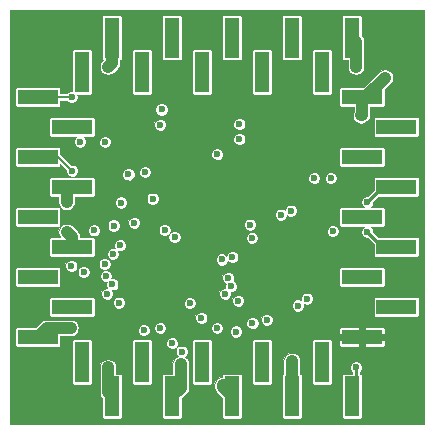
<source format=gbr>
G04 #@! TF.FileFunction,Copper,L4,Bot,Mixed*
%FSLAX46Y46*%
G04 Gerber Fmt 4.6, Leading zero omitted, Abs format (unit mm)*
G04 Created by KiCad (PCBNEW 4.0.5) date Thu Feb 16 13:03:40 2017*
%MOMM*%
%LPD*%
G01*
G04 APERTURE LIST*
%ADD10C,0.100000*%
%ADD11R,3.430000X1.270000*%
%ADD12R,1.270000X3.430000*%
%ADD13C,0.600000*%
%ADD14C,1.000000*%
%ADD15C,0.250000*%
%ADD16C,0.200000*%
%ADD17C,0.025400*%
G04 APERTURE END LIST*
D10*
D11*
X-190000Y4840000D03*
X-190000Y9920000D03*
X2730000Y7380000D03*
X2730000Y12460000D03*
X2730000Y17540000D03*
X2730000Y22620000D03*
X-190000Y15000000D03*
X-190000Y20080000D03*
X-190000Y25160000D03*
D12*
X26430000Y-190000D03*
X23890000Y2730000D03*
X18810000Y2730000D03*
X21350000Y-190000D03*
X16270000Y-190000D03*
X11190000Y-190000D03*
X6110000Y-190000D03*
X13730000Y2730000D03*
X8650000Y2730000D03*
X3570000Y2730000D03*
D11*
X27270000Y4840000D03*
X27270000Y9920000D03*
X30190000Y7380000D03*
X30190000Y12460000D03*
X30190000Y17540000D03*
X30190000Y22620000D03*
X27270000Y15000000D03*
X27270000Y20080000D03*
X27270000Y25160000D03*
D12*
X26430000Y30190000D03*
X23890000Y27270000D03*
X18810000Y27270000D03*
X21350000Y30190000D03*
X16270000Y30190000D03*
X11190000Y30190000D03*
X6110000Y30190000D03*
X13730000Y27270000D03*
X8650000Y27270000D03*
X3570000Y27270000D03*
D13*
X6170729Y11862703D03*
X2270000Y16270000D03*
X2270000Y13730000D03*
X16300000Y11600000D03*
X15400000Y11400000D03*
X5770000Y27730000D03*
X5477162Y11039990D03*
X3230000Y27730000D03*
X5584046Y10000000D03*
X3230000Y2270000D03*
X15940376Y9839990D03*
X5770000Y2270000D03*
X16201255Y9126156D03*
X16200000Y30400000D03*
X6800000Y12600000D03*
X6871998Y16222330D03*
X13716000Y27686000D03*
X6144056Y9290808D03*
X13716000Y2286000D03*
X5700000Y8500000D03*
X13674456Y6466431D03*
X12000000Y3600000D03*
X15494000Y762000D03*
X15700000Y8500000D03*
X26770000Y27730000D03*
X16800000Y7900000D03*
X23219510Y18288000D03*
X24638000Y18288000D03*
X24230000Y27730000D03*
X6690000Y7750000D03*
X24230000Y2270000D03*
X8800000Y5400000D03*
X26770000Y2270000D03*
X18000000Y6000000D03*
X27730000Y13730000D03*
X19200000Y6300000D03*
X27730000Y16270000D03*
X24800000Y13800000D03*
X10200000Y5600000D03*
X27200000Y23600000D03*
X29200000Y26800000D03*
X3400000Y21378010D03*
X10300000Y24100000D03*
X14300000Y15300000D03*
X20000000Y6900000D03*
X6330000Y18800000D03*
X19800000Y14300000D03*
X10000000Y15200000D03*
X10000000Y6800000D03*
X5511008Y21322639D03*
X10200000Y22800000D03*
X11200000Y4300000D03*
X21336000Y2794000D03*
X12700000Y7700000D03*
X8636000Y2794000D03*
X11400000Y13300000D03*
X17933845Y13221064D03*
X10560010Y13901018D03*
X8900000Y18800000D03*
X2730500Y18923000D03*
X20400000Y15200000D03*
X17789969Y14356546D03*
X9545237Y16553263D03*
X2681085Y25171426D03*
X7500000Y18600000D03*
X8000000Y14500000D03*
X16600000Y5300000D03*
X18542000Y3556000D03*
X21844000Y7500000D03*
X15000000Y5600000D03*
X22600000Y8085990D03*
X11938000Y2540000D03*
X21235961Y15536793D03*
X15000000Y20300000D03*
X4585838Y13860010D03*
X16891000Y22860000D03*
X2667000Y10858500D03*
X2921000Y7302500D03*
X6239990Y14276120D03*
X3700000Y10320000D03*
X2600000Y5600000D03*
X16891000Y21590000D03*
D14*
X2270000Y16270000D02*
X2270000Y17080000D01*
X2270000Y17080000D02*
X2730000Y17540000D01*
X2730000Y12460000D02*
X2730000Y13270000D01*
X2730000Y13270000D02*
X2270000Y13730000D01*
X6110000Y30190000D02*
X6110000Y28070000D01*
X6110000Y28070000D02*
X5770000Y27730000D01*
X5770000Y2270000D02*
X5770000Y150000D01*
X5770000Y150000D02*
X6110000Y-190000D01*
X15494000Y762000D02*
X15494000Y586000D01*
X15494000Y586000D02*
X16270000Y-190000D01*
X26770000Y27730000D02*
X26770000Y29850000D01*
X26770000Y29850000D02*
X26430000Y30190000D01*
D15*
X26770000Y2270000D02*
X26770000Y150000D01*
X26770000Y150000D02*
X26430000Y-190000D01*
X27730000Y13730000D02*
X29000000Y12460000D01*
X29000000Y12460000D02*
X30190000Y12460000D01*
X27730000Y16270000D02*
X29000000Y17540000D01*
X29000000Y17540000D02*
X30190000Y17540000D01*
D14*
X27270000Y25160000D02*
X27270000Y23670000D01*
X27270000Y23670000D02*
X27200000Y23600000D01*
X27270000Y25160000D02*
X27560000Y25160000D01*
X27560000Y25160000D02*
X29200000Y26800000D01*
X21336000Y2794000D02*
X21336000Y-176000D01*
X21336000Y-176000D02*
X21350000Y-190000D01*
D16*
X21350000Y2780000D02*
X21336000Y2794000D01*
X8650000Y1270000D02*
X8650000Y2780000D01*
X8650000Y2780000D02*
X8636000Y2794000D01*
X2730500Y18923000D02*
X1573500Y20080000D01*
X1573500Y20080000D02*
X-190000Y20080000D01*
X2681085Y25171426D02*
X-178574Y25171426D01*
X-178574Y25171426D02*
X-190000Y25160000D01*
D14*
X11938000Y2540000D02*
X11938000Y558000D01*
X11938000Y558000D02*
X11190000Y-190000D01*
D16*
X2921000Y7302500D02*
X1347500Y7302500D01*
X1347500Y7302500D02*
X1270000Y7380000D01*
D14*
X2600000Y5600000D02*
X570000Y5600000D01*
X570000Y5600000D02*
X-190000Y4840000D01*
D17*
G36*
X32487300Y-2487300D02*
X-2487300Y-2487300D01*
X-2487300Y2168465D01*
X2717212Y2168465D01*
X2718133Y2166236D01*
X2718133Y1015000D01*
X2732964Y936178D01*
X2779548Y863785D01*
X2850627Y815219D01*
X2935000Y798133D01*
X4205000Y798133D01*
X4283822Y812964D01*
X4356215Y859548D01*
X4404781Y930627D01*
X4421867Y1015000D01*
X4421867Y2270000D01*
X5057300Y2270000D01*
X5057300Y150000D01*
X5111551Y-122739D01*
X5258133Y-342114D01*
X5258133Y-1905000D01*
X5272964Y-1983822D01*
X5319548Y-2056215D01*
X5390627Y-2104781D01*
X5475000Y-2121867D01*
X6745000Y-2121867D01*
X6823822Y-2107036D01*
X6896215Y-2060452D01*
X6944781Y-1989373D01*
X6961867Y-1905000D01*
X6961867Y1525000D01*
X6947036Y1603822D01*
X6900452Y1676215D01*
X6829373Y1724781D01*
X6745000Y1741867D01*
X6482700Y1741867D01*
X6482700Y2270000D01*
X6428449Y2542738D01*
X6273955Y2773955D01*
X6042738Y2928449D01*
X5770000Y2982700D01*
X5497262Y2928449D01*
X5266045Y2773955D01*
X5111551Y2542738D01*
X5057300Y2270000D01*
X4421867Y2270000D01*
X4421867Y4445000D01*
X7798133Y4445000D01*
X7798133Y1015000D01*
X7812964Y936178D01*
X7859548Y863785D01*
X7930627Y815219D01*
X8015000Y798133D01*
X9285000Y798133D01*
X9363822Y812964D01*
X9436215Y859548D01*
X9484781Y930627D01*
X9501867Y1015000D01*
X9501867Y1525000D01*
X10338133Y1525000D01*
X10338133Y-1905000D01*
X10352964Y-1983822D01*
X10399548Y-2056215D01*
X10470627Y-2104781D01*
X10555000Y-2121867D01*
X11825000Y-2121867D01*
X11903822Y-2107036D01*
X11976215Y-2060452D01*
X12024781Y-1989373D01*
X12041867Y-1905000D01*
X12041867Y-346043D01*
X12441955Y54045D01*
X12596449Y285261D01*
X12650700Y558000D01*
X12650700Y762000D01*
X14781300Y762000D01*
X14781300Y586000D01*
X14835551Y313261D01*
X14990045Y82045D01*
X15418133Y-346043D01*
X15418133Y-1905000D01*
X15432964Y-1983822D01*
X15479548Y-2056215D01*
X15550627Y-2104781D01*
X15635000Y-2121867D01*
X16905000Y-2121867D01*
X16983822Y-2107036D01*
X17056215Y-2060452D01*
X17104781Y-1989373D01*
X17121867Y-1905000D01*
X17121867Y1525000D01*
X17107036Y1603822D01*
X17060452Y1676215D01*
X16989373Y1724781D01*
X16905000Y1741867D01*
X15635000Y1741867D01*
X15556178Y1727036D01*
X15483785Y1680452D01*
X15435219Y1609373D01*
X15418133Y1525000D01*
X15418133Y1459609D01*
X15221262Y1420449D01*
X14990045Y1265955D01*
X14835551Y1034738D01*
X14781300Y762000D01*
X12650700Y762000D01*
X12650700Y2540000D01*
X12596449Y2812738D01*
X12441955Y3043955D01*
X12271879Y3157596D01*
X12290042Y3165101D01*
X12434392Y3309200D01*
X12512610Y3497570D01*
X12512788Y3701535D01*
X12434899Y3890042D01*
X12290800Y4034392D01*
X12102430Y4112610D01*
X11898465Y4112788D01*
X11709958Y4034899D01*
X11565608Y3890800D01*
X11487390Y3702430D01*
X11487212Y3498465D01*
X11565101Y3309958D01*
X11674568Y3200300D01*
X11665262Y3198449D01*
X11434045Y3043955D01*
X11279551Y2812738D01*
X11225300Y2540000D01*
X11225300Y1741867D01*
X10555000Y1741867D01*
X10476178Y1727036D01*
X10403785Y1680452D01*
X10355219Y1609373D01*
X10338133Y1525000D01*
X9501867Y1525000D01*
X9501867Y4198465D01*
X10687212Y4198465D01*
X10765101Y4009958D01*
X10909200Y3865608D01*
X11097570Y3787390D01*
X11301535Y3787212D01*
X11490042Y3865101D01*
X11634392Y4009200D01*
X11712610Y4197570D01*
X11712788Y4401535D01*
X11694829Y4445000D01*
X12878133Y4445000D01*
X12878133Y1015000D01*
X12892964Y936178D01*
X12939548Y863785D01*
X13010627Y815219D01*
X13095000Y798133D01*
X14365000Y798133D01*
X14443822Y812964D01*
X14516215Y859548D01*
X14564781Y930627D01*
X14581867Y1015000D01*
X14581867Y4445000D01*
X17958133Y4445000D01*
X17958133Y1015000D01*
X17972964Y936178D01*
X18019548Y863785D01*
X18090627Y815219D01*
X18175000Y798133D01*
X19445000Y798133D01*
X19523822Y812964D01*
X19596215Y859548D01*
X19644781Y930627D01*
X19661867Y1015000D01*
X19661867Y1525000D01*
X20498133Y1525000D01*
X20498133Y-1905000D01*
X20512964Y-1983822D01*
X20559548Y-2056215D01*
X20630627Y-2104781D01*
X20715000Y-2121867D01*
X21985000Y-2121867D01*
X22063822Y-2107036D01*
X22136215Y-2060452D01*
X22184781Y-1989373D01*
X22201867Y-1905000D01*
X22201867Y1525000D01*
X22187036Y1603822D01*
X22140452Y1676215D01*
X22069373Y1724781D01*
X22048700Y1728967D01*
X22048700Y2794000D01*
X21994449Y3066738D01*
X21839955Y3297955D01*
X21608738Y3452449D01*
X21336000Y3506700D01*
X21063262Y3452449D01*
X20832045Y3297955D01*
X20677551Y3066738D01*
X20623300Y2794000D01*
X20623300Y1718749D01*
X20563785Y1680452D01*
X20515219Y1609373D01*
X20498133Y1525000D01*
X19661867Y1525000D01*
X19661867Y4445000D01*
X23038133Y4445000D01*
X23038133Y1015000D01*
X23052964Y936178D01*
X23099548Y863785D01*
X23170627Y815219D01*
X23255000Y798133D01*
X24525000Y798133D01*
X24603822Y812964D01*
X24676215Y859548D01*
X24724781Y930627D01*
X24741867Y1015000D01*
X24741867Y1525000D01*
X25578133Y1525000D01*
X25578133Y-1905000D01*
X25592964Y-1983822D01*
X25639548Y-2056215D01*
X25710627Y-2104781D01*
X25795000Y-2121867D01*
X27065000Y-2121867D01*
X27143822Y-2107036D01*
X27216215Y-2060452D01*
X27264781Y-1989373D01*
X27281867Y-1905000D01*
X27281867Y1525000D01*
X27267036Y1603822D01*
X27220452Y1676215D01*
X27149373Y1724781D01*
X27107700Y1733220D01*
X27107700Y1882676D01*
X27204392Y1979200D01*
X27282610Y2167570D01*
X27282788Y2371535D01*
X27204899Y2560042D01*
X27060800Y2704392D01*
X26872430Y2782610D01*
X26668465Y2782788D01*
X26479958Y2704899D01*
X26335608Y2560800D01*
X26257390Y2372430D01*
X26257212Y2168465D01*
X26335101Y1979958D01*
X26432300Y1882590D01*
X26432300Y1741867D01*
X25795000Y1741867D01*
X25716178Y1727036D01*
X25643785Y1680452D01*
X25595219Y1609373D01*
X25578133Y1525000D01*
X24741867Y1525000D01*
X24741867Y2165781D01*
X24742610Y2167570D01*
X24742788Y2371535D01*
X24741867Y2373764D01*
X24741867Y4445000D01*
X24727036Y4523822D01*
X24713071Y4545525D01*
X25342300Y4545525D01*
X25342300Y4162691D01*
X25374682Y4084515D01*
X25434515Y4024681D01*
X25512692Y3992300D01*
X26975525Y3992300D01*
X27028700Y4045475D01*
X27028700Y4598700D01*
X27511300Y4598700D01*
X27511300Y4045475D01*
X27564475Y3992300D01*
X29027308Y3992300D01*
X29105485Y4024681D01*
X29165318Y4084515D01*
X29197700Y4162691D01*
X29197700Y4545525D01*
X29144525Y4598700D01*
X27511300Y4598700D01*
X27028700Y4598700D01*
X25395475Y4598700D01*
X25342300Y4545525D01*
X24713071Y4545525D01*
X24680452Y4596215D01*
X24609373Y4644781D01*
X24525000Y4661867D01*
X23255000Y4661867D01*
X23176178Y4647036D01*
X23103785Y4600452D01*
X23055219Y4529373D01*
X23038133Y4445000D01*
X19661867Y4445000D01*
X19647036Y4523822D01*
X19600452Y4596215D01*
X19529373Y4644781D01*
X19445000Y4661867D01*
X18175000Y4661867D01*
X18096178Y4647036D01*
X18023785Y4600452D01*
X17975219Y4529373D01*
X17958133Y4445000D01*
X14581867Y4445000D01*
X14567036Y4523822D01*
X14520452Y4596215D01*
X14449373Y4644781D01*
X14365000Y4661867D01*
X13095000Y4661867D01*
X13016178Y4647036D01*
X12943785Y4600452D01*
X12895219Y4529373D01*
X12878133Y4445000D01*
X11694829Y4445000D01*
X11634899Y4590042D01*
X11490800Y4734392D01*
X11302430Y4812610D01*
X11098465Y4812788D01*
X10909958Y4734899D01*
X10765608Y4590800D01*
X10687390Y4402430D01*
X10687212Y4198465D01*
X9501867Y4198465D01*
X9501867Y4445000D01*
X9487036Y4523822D01*
X9440452Y4596215D01*
X9369373Y4644781D01*
X9285000Y4661867D01*
X8015000Y4661867D01*
X7936178Y4647036D01*
X7863785Y4600452D01*
X7815219Y4529373D01*
X7798133Y4445000D01*
X4421867Y4445000D01*
X4407036Y4523822D01*
X4360452Y4596215D01*
X4289373Y4644781D01*
X4205000Y4661867D01*
X2935000Y4661867D01*
X2856178Y4647036D01*
X2783785Y4600452D01*
X2735219Y4529373D01*
X2718133Y4445000D01*
X2718133Y2374219D01*
X2717390Y2372430D01*
X2717212Y2168465D01*
X-2487300Y2168465D01*
X-2487300Y5475000D01*
X-2121867Y5475000D01*
X-2121867Y4205000D01*
X-2107036Y4126178D01*
X-2060452Y4053785D01*
X-1989373Y4005219D01*
X-1905000Y3988133D01*
X1525000Y3988133D01*
X1603822Y4002964D01*
X1676215Y4049548D01*
X1724781Y4120627D01*
X1741867Y4205000D01*
X1741867Y4887300D01*
X2600000Y4887300D01*
X2872738Y4941551D01*
X3103955Y5096045D01*
X3239207Y5298465D01*
X8287212Y5298465D01*
X8365101Y5109958D01*
X8509200Y4965608D01*
X8697570Y4887390D01*
X8901535Y4887212D01*
X9090042Y4965101D01*
X9234392Y5109200D01*
X9312610Y5297570D01*
X9312785Y5498465D01*
X9687212Y5498465D01*
X9765101Y5309958D01*
X9909200Y5165608D01*
X10097570Y5087390D01*
X10301535Y5087212D01*
X10490042Y5165101D01*
X10634392Y5309200D01*
X10712610Y5497570D01*
X10712610Y5498465D01*
X14487212Y5498465D01*
X14565101Y5309958D01*
X14709200Y5165608D01*
X14897570Y5087390D01*
X15101535Y5087212D01*
X15290042Y5165101D01*
X15323464Y5198465D01*
X16087212Y5198465D01*
X16165101Y5009958D01*
X16309200Y4865608D01*
X16497570Y4787390D01*
X16701535Y4787212D01*
X16890042Y4865101D01*
X17034392Y5009200D01*
X17112610Y5197570D01*
X17112788Y5401535D01*
X17034899Y5590042D01*
X16890800Y5734392D01*
X16702430Y5812610D01*
X16498465Y5812788D01*
X16309958Y5734899D01*
X16165608Y5590800D01*
X16087390Y5402430D01*
X16087212Y5198465D01*
X15323464Y5198465D01*
X15434392Y5309200D01*
X15512610Y5497570D01*
X15512788Y5701535D01*
X15434899Y5890042D01*
X15426491Y5898465D01*
X17487212Y5898465D01*
X17565101Y5709958D01*
X17709200Y5565608D01*
X17897570Y5487390D01*
X18101535Y5487212D01*
X18174375Y5517309D01*
X25342300Y5517309D01*
X25342300Y5134475D01*
X25395475Y5081300D01*
X27028700Y5081300D01*
X27028700Y5634525D01*
X27511300Y5634525D01*
X27511300Y5081300D01*
X29144525Y5081300D01*
X29197700Y5134475D01*
X29197700Y5517309D01*
X29165318Y5595485D01*
X29105485Y5655319D01*
X29027308Y5687700D01*
X27564475Y5687700D01*
X27511300Y5634525D01*
X27028700Y5634525D01*
X26975525Y5687700D01*
X25512692Y5687700D01*
X25434515Y5655319D01*
X25374682Y5595485D01*
X25342300Y5517309D01*
X18174375Y5517309D01*
X18290042Y5565101D01*
X18434392Y5709200D01*
X18512610Y5897570D01*
X18512788Y6101535D01*
X18472738Y6198465D01*
X18687212Y6198465D01*
X18765101Y6009958D01*
X18909200Y5865608D01*
X19097570Y5787390D01*
X19301535Y5787212D01*
X19490042Y5865101D01*
X19634392Y6009200D01*
X19712610Y6197570D01*
X19712788Y6401535D01*
X19634899Y6590042D01*
X19490800Y6734392D01*
X19302430Y6812610D01*
X19098465Y6812788D01*
X18909958Y6734899D01*
X18765608Y6590800D01*
X18687390Y6402430D01*
X18687212Y6198465D01*
X18472738Y6198465D01*
X18434899Y6290042D01*
X18290800Y6434392D01*
X18102430Y6512610D01*
X17898465Y6512788D01*
X17709958Y6434899D01*
X17565608Y6290800D01*
X17487390Y6102430D01*
X17487212Y5898465D01*
X15426491Y5898465D01*
X15290800Y6034392D01*
X15102430Y6112610D01*
X14898465Y6112788D01*
X14709958Y6034899D01*
X14565608Y5890800D01*
X14487390Y5702430D01*
X14487212Y5498465D01*
X10712610Y5498465D01*
X10712788Y5701535D01*
X10634899Y5890042D01*
X10490800Y6034392D01*
X10302430Y6112610D01*
X10098465Y6112788D01*
X9909958Y6034899D01*
X9765608Y5890800D01*
X9687390Y5702430D01*
X9687212Y5498465D01*
X9312785Y5498465D01*
X9312788Y5501535D01*
X9234899Y5690042D01*
X9090800Y5834392D01*
X8902430Y5912610D01*
X8698465Y5912788D01*
X8509958Y5834899D01*
X8365608Y5690800D01*
X8287390Y5502430D01*
X8287212Y5298465D01*
X3239207Y5298465D01*
X3258449Y5327262D01*
X3312700Y5600000D01*
X3258449Y5872738D01*
X3103955Y6103955D01*
X2872738Y6258449D01*
X2600000Y6312700D01*
X570000Y6312700D01*
X297262Y6258449D01*
X173316Y6175631D01*
X66045Y6103955D01*
X-346043Y5691867D01*
X-1905000Y5691867D01*
X-1983822Y5677036D01*
X-2056215Y5630452D01*
X-2104781Y5559373D01*
X-2121867Y5475000D01*
X-2487300Y5475000D01*
X-2487300Y6364896D01*
X13161668Y6364896D01*
X13239557Y6176389D01*
X13383656Y6032039D01*
X13572026Y5953821D01*
X13775991Y5953643D01*
X13964498Y6031532D01*
X14108848Y6175631D01*
X14187066Y6364001D01*
X14187244Y6567966D01*
X14109355Y6756473D01*
X13965256Y6900823D01*
X13776886Y6979041D01*
X13572921Y6979219D01*
X13384414Y6901330D01*
X13240064Y6757231D01*
X13161846Y6568861D01*
X13161668Y6364896D01*
X-2487300Y6364896D01*
X-2487300Y8015000D01*
X798133Y8015000D01*
X798133Y6745000D01*
X812964Y6666178D01*
X859548Y6593785D01*
X930627Y6545219D01*
X1015000Y6528133D01*
X4445000Y6528133D01*
X4523822Y6542964D01*
X4596215Y6589548D01*
X4644781Y6660627D01*
X4661867Y6745000D01*
X4661867Y7648465D01*
X6177212Y7648465D01*
X6255101Y7459958D01*
X6399200Y7315608D01*
X6587570Y7237390D01*
X6791535Y7237212D01*
X6980042Y7315101D01*
X7124392Y7459200D01*
X7182219Y7598465D01*
X12187212Y7598465D01*
X12265101Y7409958D01*
X12409200Y7265608D01*
X12597570Y7187390D01*
X12801535Y7187212D01*
X12990042Y7265101D01*
X13134392Y7409200D01*
X13212610Y7597570D01*
X13212785Y7798465D01*
X16287212Y7798465D01*
X16365101Y7609958D01*
X16509200Y7465608D01*
X16697570Y7387390D01*
X16901535Y7387212D01*
X16928769Y7398465D01*
X21331212Y7398465D01*
X21409101Y7209958D01*
X21553200Y7065608D01*
X21741570Y6987390D01*
X21945535Y6987212D01*
X22134042Y7065101D01*
X22278392Y7209200D01*
X22356610Y7397570D01*
X22356788Y7601535D01*
X22341674Y7638114D01*
X22497570Y7573380D01*
X22701535Y7573202D01*
X22890042Y7651091D01*
X23034392Y7795190D01*
X23112610Y7983560D01*
X23112637Y8015000D01*
X28258133Y8015000D01*
X28258133Y6745000D01*
X28272964Y6666178D01*
X28319548Y6593785D01*
X28390627Y6545219D01*
X28475000Y6528133D01*
X31905000Y6528133D01*
X31983822Y6542964D01*
X32056215Y6589548D01*
X32104781Y6660627D01*
X32121867Y6745000D01*
X32121867Y8015000D01*
X32107036Y8093822D01*
X32060452Y8166215D01*
X31989373Y8214781D01*
X31905000Y8231867D01*
X28475000Y8231867D01*
X28396178Y8217036D01*
X28323785Y8170452D01*
X28275219Y8099373D01*
X28258133Y8015000D01*
X23112637Y8015000D01*
X23112788Y8187525D01*
X23034899Y8376032D01*
X22890800Y8520382D01*
X22702430Y8598600D01*
X22498465Y8598778D01*
X22309958Y8520889D01*
X22165608Y8376790D01*
X22087390Y8188420D01*
X22087212Y7984455D01*
X22102326Y7947876D01*
X21946430Y8012610D01*
X21742465Y8012788D01*
X21553958Y7934899D01*
X21409608Y7790800D01*
X21331390Y7602430D01*
X21331212Y7398465D01*
X16928769Y7398465D01*
X17090042Y7465101D01*
X17234392Y7609200D01*
X17312610Y7797570D01*
X17312788Y8001535D01*
X17234899Y8190042D01*
X17090800Y8334392D01*
X16902430Y8412610D01*
X16698465Y8412788D01*
X16509958Y8334899D01*
X16365608Y8190800D01*
X16287390Y8002430D01*
X16287212Y7798465D01*
X13212785Y7798465D01*
X13212788Y7801535D01*
X13134899Y7990042D01*
X12990800Y8134392D01*
X12802430Y8212610D01*
X12598465Y8212788D01*
X12409958Y8134899D01*
X12265608Y7990800D01*
X12187390Y7802430D01*
X12187212Y7598465D01*
X7182219Y7598465D01*
X7202610Y7647570D01*
X7202788Y7851535D01*
X7124899Y8040042D01*
X6980800Y8184392D01*
X6792430Y8262610D01*
X6588465Y8262788D01*
X6399958Y8184899D01*
X6255608Y8040800D01*
X6177390Y7852430D01*
X6177212Y7648465D01*
X4661867Y7648465D01*
X4661867Y8015000D01*
X4647036Y8093822D01*
X4600452Y8166215D01*
X4529373Y8214781D01*
X4445000Y8231867D01*
X1015000Y8231867D01*
X936178Y8217036D01*
X863785Y8170452D01*
X815219Y8099373D01*
X798133Y8015000D01*
X-2487300Y8015000D01*
X-2487300Y10555000D01*
X-2121867Y10555000D01*
X-2121867Y9285000D01*
X-2107036Y9206178D01*
X-2060452Y9133785D01*
X-1989373Y9085219D01*
X-1905000Y9068133D01*
X1525000Y9068133D01*
X1603822Y9082964D01*
X1676215Y9129548D01*
X1724781Y9200627D01*
X1741867Y9285000D01*
X1741867Y10218465D01*
X3187212Y10218465D01*
X3265101Y10029958D01*
X3409200Y9885608D01*
X3597570Y9807390D01*
X3801535Y9807212D01*
X3990042Y9885101D01*
X4003429Y9898465D01*
X5071258Y9898465D01*
X5149147Y9709958D01*
X5293246Y9565608D01*
X5481616Y9487390D01*
X5670473Y9487225D01*
X5631446Y9393238D01*
X5631268Y9189273D01*
X5704228Y9012696D01*
X5598465Y9012788D01*
X5409958Y8934899D01*
X5265608Y8790800D01*
X5187390Y8602430D01*
X5187212Y8398465D01*
X5265101Y8209958D01*
X5409200Y8065608D01*
X5597570Y7987390D01*
X5801535Y7987212D01*
X5990042Y8065101D01*
X6134392Y8209200D01*
X6212610Y8397570D01*
X6212610Y8398465D01*
X15187212Y8398465D01*
X15265101Y8209958D01*
X15409200Y8065608D01*
X15597570Y7987390D01*
X15801535Y7987212D01*
X15990042Y8065101D01*
X16134392Y8209200D01*
X16212610Y8397570D01*
X16212788Y8601535D01*
X16207865Y8613451D01*
X16302790Y8613368D01*
X16491297Y8691257D01*
X16635647Y8835356D01*
X16713865Y9023726D01*
X16714043Y9227691D01*
X16636154Y9416198D01*
X16492055Y9560548D01*
X16396039Y9600417D01*
X16452986Y9737560D01*
X16453164Y9941525D01*
X16375275Y10130032D01*
X16231176Y10274382D01*
X16042806Y10352600D01*
X15838841Y10352778D01*
X15650334Y10274889D01*
X15505984Y10130790D01*
X15427766Y9942420D01*
X15427588Y9738455D01*
X15505477Y9549948D01*
X15649576Y9405598D01*
X15745592Y9365729D01*
X15688645Y9228586D01*
X15688467Y9024621D01*
X15693390Y9012705D01*
X15598465Y9012788D01*
X15409958Y8934899D01*
X15265608Y8790800D01*
X15187390Y8602430D01*
X15187212Y8398465D01*
X6212610Y8398465D01*
X6212788Y8601535D01*
X6139828Y8778112D01*
X6245591Y8778020D01*
X6434098Y8855909D01*
X6578448Y9000008D01*
X6656666Y9188378D01*
X6656844Y9392343D01*
X6578955Y9580850D01*
X6434856Y9725200D01*
X6246486Y9803418D01*
X6057629Y9803583D01*
X6096656Y9897570D01*
X6096834Y10101535D01*
X6018945Y10290042D01*
X5874846Y10434392D01*
X5686476Y10512610D01*
X5482511Y10512788D01*
X5294004Y10434899D01*
X5149654Y10290800D01*
X5071436Y10102430D01*
X5071258Y9898465D01*
X4003429Y9898465D01*
X4134392Y10029200D01*
X4212610Y10217570D01*
X4212788Y10421535D01*
X4134899Y10610042D01*
X3990800Y10754392D01*
X3802430Y10832610D01*
X3598465Y10832788D01*
X3409958Y10754899D01*
X3265608Y10610800D01*
X3187390Y10422430D01*
X3187212Y10218465D01*
X1741867Y10218465D01*
X1741867Y10555000D01*
X1727036Y10633822D01*
X1680452Y10706215D01*
X1609373Y10754781D01*
X1598589Y10756965D01*
X2154212Y10756965D01*
X2232101Y10568458D01*
X2376200Y10424108D01*
X2564570Y10345890D01*
X2768535Y10345712D01*
X2957042Y10423601D01*
X3101392Y10567700D01*
X3179610Y10756070D01*
X3179769Y10938455D01*
X4964374Y10938455D01*
X5042263Y10749948D01*
X5186362Y10605598D01*
X5374732Y10527380D01*
X5578697Y10527202D01*
X5645973Y10555000D01*
X25338133Y10555000D01*
X25338133Y9285000D01*
X25352964Y9206178D01*
X25399548Y9133785D01*
X25470627Y9085219D01*
X25555000Y9068133D01*
X28985000Y9068133D01*
X29063822Y9082964D01*
X29136215Y9129548D01*
X29184781Y9200627D01*
X29201867Y9285000D01*
X29201867Y10555000D01*
X29187036Y10633822D01*
X29140452Y10706215D01*
X29069373Y10754781D01*
X28985000Y10771867D01*
X25555000Y10771867D01*
X25476178Y10757036D01*
X25403785Y10710452D01*
X25355219Y10639373D01*
X25338133Y10555000D01*
X5645973Y10555000D01*
X5767204Y10605091D01*
X5911554Y10749190D01*
X5989772Y10937560D01*
X5989950Y11141525D01*
X5925105Y11298465D01*
X14887212Y11298465D01*
X14965101Y11109958D01*
X15109200Y10965608D01*
X15297570Y10887390D01*
X15501535Y10887212D01*
X15690042Y10965101D01*
X15834392Y11109200D01*
X15902286Y11272708D01*
X16009200Y11165608D01*
X16197570Y11087390D01*
X16401535Y11087212D01*
X16590042Y11165101D01*
X16734392Y11309200D01*
X16812610Y11497570D01*
X16812788Y11701535D01*
X16734899Y11890042D01*
X16590800Y12034392D01*
X16402430Y12112610D01*
X16198465Y12112788D01*
X16009958Y12034899D01*
X15865608Y11890800D01*
X15797714Y11727292D01*
X15690800Y11834392D01*
X15502430Y11912610D01*
X15298465Y11912788D01*
X15109958Y11834899D01*
X14965608Y11690800D01*
X14887390Y11502430D01*
X14887212Y11298465D01*
X5925105Y11298465D01*
X5912061Y11330032D01*
X5767962Y11474382D01*
X5579592Y11552600D01*
X5375627Y11552778D01*
X5187120Y11474889D01*
X5042770Y11330790D01*
X4964552Y11142420D01*
X4964374Y10938455D01*
X3179769Y10938455D01*
X3179788Y10960035D01*
X3101899Y11148542D01*
X2957800Y11292892D01*
X2769430Y11371110D01*
X2565465Y11371288D01*
X2376958Y11293399D01*
X2232608Y11149300D01*
X2154390Y10960930D01*
X2154212Y10756965D01*
X1598589Y10756965D01*
X1525000Y10771867D01*
X-1905000Y10771867D01*
X-1983822Y10757036D01*
X-2056215Y10710452D01*
X-2104781Y10639373D01*
X-2121867Y10555000D01*
X-2487300Y10555000D01*
X-2487300Y13095000D01*
X798133Y13095000D01*
X798133Y11825000D01*
X812964Y11746178D01*
X859548Y11673785D01*
X930627Y11625219D01*
X1015000Y11608133D01*
X4445000Y11608133D01*
X4523822Y11622964D01*
X4596215Y11669548D01*
X4644781Y11740627D01*
X4648940Y11761168D01*
X5657941Y11761168D01*
X5735830Y11572661D01*
X5879929Y11428311D01*
X6068299Y11350093D01*
X6272264Y11349915D01*
X6460771Y11427804D01*
X6605121Y11571903D01*
X6683339Y11760273D01*
X6683517Y11964238D01*
X6619183Y12119939D01*
X6697570Y12087390D01*
X6901535Y12087212D01*
X7090042Y12165101D01*
X7234392Y12309200D01*
X7312610Y12497570D01*
X7312788Y12701535D01*
X7234899Y12890042D01*
X7090800Y13034392D01*
X6902430Y13112610D01*
X6698465Y13112788D01*
X6509958Y13034899D01*
X6365608Y12890800D01*
X6287390Y12702430D01*
X6287212Y12498465D01*
X6351546Y12342764D01*
X6273159Y12375313D01*
X6069194Y12375491D01*
X5880687Y12297602D01*
X5736337Y12153503D01*
X5658119Y11965133D01*
X5657941Y11761168D01*
X4648940Y11761168D01*
X4661867Y11825000D01*
X4661867Y13095000D01*
X4647036Y13173822D01*
X4600452Y13246215D01*
X4529373Y13294781D01*
X4445000Y13311867D01*
X3434372Y13311867D01*
X3388449Y13542738D01*
X3244299Y13758475D01*
X4073050Y13758475D01*
X4150939Y13569968D01*
X4295038Y13425618D01*
X4483408Y13347400D01*
X4687373Y13347222D01*
X4875880Y13425111D01*
X5020230Y13569210D01*
X5098448Y13757580D01*
X5098626Y13961545D01*
X5020737Y14150052D01*
X4996247Y14174585D01*
X5727202Y14174585D01*
X5805091Y13986078D01*
X5949190Y13841728D01*
X6137560Y13763510D01*
X6341525Y13763332D01*
X6429017Y13799483D01*
X10047222Y13799483D01*
X10125111Y13610976D01*
X10269210Y13466626D01*
X10457580Y13388408D01*
X10661545Y13388230D01*
X10850052Y13466119D01*
X10958994Y13574871D01*
X10887390Y13402430D01*
X10887212Y13198465D01*
X10965101Y13009958D01*
X11109200Y12865608D01*
X11297570Y12787390D01*
X11501535Y12787212D01*
X11690042Y12865101D01*
X11834392Y13009200D01*
X11880204Y13119529D01*
X17421057Y13119529D01*
X17498946Y12931022D01*
X17643045Y12786672D01*
X17831415Y12708454D01*
X18035380Y12708276D01*
X18223887Y12786165D01*
X18368237Y12930264D01*
X18446455Y13118634D01*
X18446633Y13322599D01*
X18368744Y13511106D01*
X18224645Y13655456D01*
X18121068Y13698465D01*
X24287212Y13698465D01*
X24365101Y13509958D01*
X24509200Y13365608D01*
X24697570Y13287390D01*
X24901535Y13287212D01*
X25090042Y13365101D01*
X25234392Y13509200D01*
X25312610Y13697570D01*
X25312788Y13901535D01*
X25234899Y14090042D01*
X25090800Y14234392D01*
X24902430Y14312610D01*
X24698465Y14312788D01*
X24509958Y14234899D01*
X24365608Y14090800D01*
X24287390Y13902430D01*
X24287212Y13698465D01*
X18121068Y13698465D01*
X18036275Y13733674D01*
X17832310Y13733852D01*
X17643803Y13655963D01*
X17499453Y13511864D01*
X17421235Y13323494D01*
X17421057Y13119529D01*
X11880204Y13119529D01*
X11912610Y13197570D01*
X11912788Y13401535D01*
X11834899Y13590042D01*
X11690800Y13734392D01*
X11502430Y13812610D01*
X11298465Y13812788D01*
X11109958Y13734899D01*
X11001016Y13626147D01*
X11072620Y13798588D01*
X11072798Y14002553D01*
X10994909Y14191060D01*
X10931070Y14255011D01*
X17277181Y14255011D01*
X17355070Y14066504D01*
X17499169Y13922154D01*
X17687539Y13843936D01*
X17891504Y13843758D01*
X18080011Y13921647D01*
X18224361Y14065746D01*
X18302579Y14254116D01*
X18302757Y14458081D01*
X18224868Y14646588D01*
X18080769Y14790938D01*
X17892399Y14869156D01*
X17688434Y14869334D01*
X17499927Y14791445D01*
X17355577Y14647346D01*
X17277359Y14458976D01*
X17277181Y14255011D01*
X10931070Y14255011D01*
X10850810Y14335410D01*
X10662440Y14413628D01*
X10458475Y14413806D01*
X10269968Y14335917D01*
X10125618Y14191818D01*
X10047400Y14003448D01*
X10047222Y13799483D01*
X6429017Y13799483D01*
X6530032Y13841221D01*
X6674382Y13985320D01*
X6752600Y14173690D01*
X6752778Y14377655D01*
X6744180Y14398465D01*
X7487212Y14398465D01*
X7565101Y14209958D01*
X7709200Y14065608D01*
X7897570Y13987390D01*
X8101535Y13987212D01*
X8290042Y14065101D01*
X8434392Y14209200D01*
X8512610Y14397570D01*
X8512788Y14601535D01*
X8434899Y14790042D01*
X8290800Y14934392D01*
X8102430Y15012610D01*
X7898465Y15012788D01*
X7709958Y14934899D01*
X7565608Y14790800D01*
X7487390Y14602430D01*
X7487212Y14398465D01*
X6744180Y14398465D01*
X6674889Y14566162D01*
X6530790Y14710512D01*
X6342420Y14788730D01*
X6138455Y14788908D01*
X5949948Y14711019D01*
X5805598Y14566920D01*
X5727380Y14378550D01*
X5727202Y14174585D01*
X4996247Y14174585D01*
X4876638Y14294402D01*
X4688268Y14372620D01*
X4484303Y14372798D01*
X4295796Y14294909D01*
X4151446Y14150810D01*
X4073228Y13962440D01*
X4073050Y13758475D01*
X3244299Y13758475D01*
X3233955Y13773955D01*
X2773955Y14233955D01*
X2542739Y14388449D01*
X2270000Y14442700D01*
X1997261Y14388449D01*
X1766045Y14233955D01*
X1611551Y14002739D01*
X1557300Y13730000D01*
X1611551Y13457261D01*
X1708700Y13311867D01*
X1015000Y13311867D01*
X936178Y13297036D01*
X863785Y13250452D01*
X815219Y13179373D01*
X798133Y13095000D01*
X-2487300Y13095000D01*
X-2487300Y15635000D01*
X-2121867Y15635000D01*
X-2121867Y14365000D01*
X-2107036Y14286178D01*
X-2060452Y14213785D01*
X-1989373Y14165219D01*
X-1905000Y14148133D01*
X1525000Y14148133D01*
X1603822Y14162964D01*
X1676215Y14209548D01*
X1724781Y14280627D01*
X1741867Y14365000D01*
X1741867Y15098465D01*
X19887212Y15098465D01*
X19965101Y14909958D01*
X20109200Y14765608D01*
X20297570Y14687390D01*
X20501535Y14687212D01*
X20690042Y14765101D01*
X20834392Y14909200D01*
X20912610Y15097570D01*
X20912643Y15134976D01*
X20945161Y15102401D01*
X21133531Y15024183D01*
X21337496Y15024005D01*
X21526003Y15101894D01*
X21670353Y15245993D01*
X21748571Y15434363D01*
X21748746Y15635000D01*
X25338133Y15635000D01*
X25338133Y14365000D01*
X25352964Y14286178D01*
X25399548Y14213785D01*
X25470627Y14165219D01*
X25555000Y14148133D01*
X27423163Y14148133D01*
X27295608Y14020800D01*
X27217390Y13832430D01*
X27217212Y13628465D01*
X27295101Y13439958D01*
X27439200Y13295608D01*
X27627570Y13217390D01*
X27765150Y13217270D01*
X28258133Y12724287D01*
X28258133Y11825000D01*
X28272964Y11746178D01*
X28319548Y11673785D01*
X28390627Y11625219D01*
X28475000Y11608133D01*
X31905000Y11608133D01*
X31983822Y11622964D01*
X32056215Y11669548D01*
X32104781Y11740627D01*
X32121867Y11825000D01*
X32121867Y13095000D01*
X32107036Y13173822D01*
X32060452Y13246215D01*
X31989373Y13294781D01*
X31905000Y13311867D01*
X28625713Y13311867D01*
X28242669Y13694911D01*
X28242788Y13831535D01*
X28164899Y14020042D01*
X28037031Y14148133D01*
X28985000Y14148133D01*
X29063822Y14162964D01*
X29136215Y14209548D01*
X29184781Y14280627D01*
X29201867Y14365000D01*
X29201867Y15635000D01*
X29187036Y15713822D01*
X29140452Y15786215D01*
X29069373Y15834781D01*
X28985000Y15851867D01*
X28036837Y15851867D01*
X28164392Y15979200D01*
X28242610Y16167570D01*
X28242730Y16305150D01*
X28625713Y16688133D01*
X31905000Y16688133D01*
X31983822Y16702964D01*
X32056215Y16749548D01*
X32104781Y16820627D01*
X32121867Y16905000D01*
X32121867Y18175000D01*
X32107036Y18253822D01*
X32060452Y18326215D01*
X31989373Y18374781D01*
X31905000Y18391867D01*
X28475000Y18391867D01*
X28396178Y18377036D01*
X28323785Y18330452D01*
X28275219Y18259373D01*
X28258133Y18175000D01*
X28258133Y17275713D01*
X27765089Y16782669D01*
X27628465Y16782788D01*
X27439958Y16704899D01*
X27295608Y16560800D01*
X27217390Y16372430D01*
X27217212Y16168465D01*
X27295101Y15979958D01*
X27422969Y15851867D01*
X25555000Y15851867D01*
X25476178Y15837036D01*
X25403785Y15790452D01*
X25355219Y15719373D01*
X25338133Y15635000D01*
X21748746Y15635000D01*
X21748749Y15638328D01*
X21670860Y15826835D01*
X21526761Y15971185D01*
X21338391Y16049403D01*
X21134426Y16049581D01*
X20945919Y15971692D01*
X20801569Y15827593D01*
X20723351Y15639223D01*
X20723318Y15601817D01*
X20690800Y15634392D01*
X20502430Y15712610D01*
X20298465Y15712788D01*
X20109958Y15634899D01*
X19965608Y15490800D01*
X19887390Y15302430D01*
X19887212Y15098465D01*
X1741867Y15098465D01*
X1741867Y15635000D01*
X1727036Y15713822D01*
X1680452Y15786215D01*
X1609373Y15834781D01*
X1525000Y15851867D01*
X-1905000Y15851867D01*
X-1983822Y15837036D01*
X-2056215Y15790452D01*
X-2104781Y15719373D01*
X-2121867Y15635000D01*
X-2487300Y15635000D01*
X-2487300Y18175000D01*
X798133Y18175000D01*
X798133Y16905000D01*
X812964Y16826178D01*
X859548Y16753785D01*
X930627Y16705219D01*
X1015000Y16688133D01*
X1557300Y16688133D01*
X1557300Y16270000D01*
X1611551Y15997262D01*
X1766045Y15766045D01*
X1997262Y15611551D01*
X2270000Y15557300D01*
X2542738Y15611551D01*
X2773955Y15766045D01*
X2928449Y15997262D01*
X2953021Y16120795D01*
X6359210Y16120795D01*
X6437099Y15932288D01*
X6581198Y15787938D01*
X6769568Y15709720D01*
X6973533Y15709542D01*
X7162040Y15787431D01*
X7306390Y15931530D01*
X7384608Y16119900D01*
X7384786Y16323865D01*
X7331955Y16451728D01*
X9032449Y16451728D01*
X9110338Y16263221D01*
X9254437Y16118871D01*
X9442807Y16040653D01*
X9646772Y16040475D01*
X9835279Y16118364D01*
X9979629Y16262463D01*
X10057847Y16450833D01*
X10058025Y16654798D01*
X9980136Y16843305D01*
X9836037Y16987655D01*
X9647667Y17065873D01*
X9443702Y17066051D01*
X9255195Y16988162D01*
X9110845Y16844063D01*
X9032627Y16655693D01*
X9032449Y16451728D01*
X7331955Y16451728D01*
X7306897Y16512372D01*
X7162798Y16656722D01*
X6974428Y16734940D01*
X6770463Y16735118D01*
X6581956Y16657229D01*
X6437606Y16513130D01*
X6359388Y16324760D01*
X6359210Y16120795D01*
X2953021Y16120795D01*
X2982700Y16270000D01*
X2982700Y16688133D01*
X4445000Y16688133D01*
X4523822Y16702964D01*
X4596215Y16749548D01*
X4644781Y16820627D01*
X4661867Y16905000D01*
X4661867Y18175000D01*
X4647036Y18253822D01*
X4600452Y18326215D01*
X4529373Y18374781D01*
X4445000Y18391867D01*
X1015000Y18391867D01*
X936178Y18377036D01*
X863785Y18330452D01*
X815219Y18259373D01*
X798133Y18175000D01*
X-2487300Y18175000D01*
X-2487300Y20715000D01*
X-2121867Y20715000D01*
X-2121867Y19445000D01*
X-2107036Y19366178D01*
X-2060452Y19293785D01*
X-1989373Y19245219D01*
X-1905000Y19228133D01*
X1525000Y19228133D01*
X1603822Y19242964D01*
X1676215Y19289548D01*
X1724781Y19360627D01*
X1741867Y19445000D01*
X1741867Y19469409D01*
X2217862Y18993414D01*
X2217712Y18821465D01*
X2295601Y18632958D01*
X2439700Y18488608D01*
X2628070Y18410390D01*
X2832035Y18410212D01*
X3020542Y18488101D01*
X3030924Y18498465D01*
X6987212Y18498465D01*
X7065101Y18309958D01*
X7209200Y18165608D01*
X7397570Y18087390D01*
X7601535Y18087212D01*
X7790042Y18165101D01*
X7811443Y18186465D01*
X22706722Y18186465D01*
X22784611Y17997958D01*
X22928710Y17853608D01*
X23117080Y17775390D01*
X23321045Y17775212D01*
X23509552Y17853101D01*
X23653902Y17997200D01*
X23732120Y18185570D01*
X23732120Y18186465D01*
X24125212Y18186465D01*
X24203101Y17997958D01*
X24347200Y17853608D01*
X24535570Y17775390D01*
X24739535Y17775212D01*
X24928042Y17853101D01*
X25072392Y17997200D01*
X25150610Y18185570D01*
X25150788Y18389535D01*
X25072899Y18578042D01*
X24928800Y18722392D01*
X24740430Y18800610D01*
X24536465Y18800788D01*
X24347958Y18722899D01*
X24203608Y18578800D01*
X24125390Y18390430D01*
X24125212Y18186465D01*
X23732120Y18186465D01*
X23732298Y18389535D01*
X23654409Y18578042D01*
X23510310Y18722392D01*
X23321940Y18800610D01*
X23117975Y18800788D01*
X22929468Y18722899D01*
X22785118Y18578800D01*
X22706900Y18390430D01*
X22706722Y18186465D01*
X7811443Y18186465D01*
X7934392Y18309200D01*
X8012610Y18497570D01*
X8012785Y18698465D01*
X8387212Y18698465D01*
X8465101Y18509958D01*
X8609200Y18365608D01*
X8797570Y18287390D01*
X9001535Y18287212D01*
X9190042Y18365101D01*
X9334392Y18509200D01*
X9412610Y18697570D01*
X9412788Y18901535D01*
X9334899Y19090042D01*
X9190800Y19234392D01*
X9002430Y19312610D01*
X8798465Y19312788D01*
X8609958Y19234899D01*
X8465608Y19090800D01*
X8387390Y18902430D01*
X8387212Y18698465D01*
X8012785Y18698465D01*
X8012788Y18701535D01*
X7934899Y18890042D01*
X7790800Y19034392D01*
X7602430Y19112610D01*
X7398465Y19112788D01*
X7209958Y19034899D01*
X7065608Y18890800D01*
X6987390Y18702430D01*
X6987212Y18498465D01*
X3030924Y18498465D01*
X3164892Y18632200D01*
X3243110Y18820570D01*
X3243288Y19024535D01*
X3165399Y19213042D01*
X3021300Y19357392D01*
X2832930Y19435610D01*
X2659963Y19435761D01*
X1897259Y20198465D01*
X14487212Y20198465D01*
X14565101Y20009958D01*
X14709200Y19865608D01*
X14897570Y19787390D01*
X15101535Y19787212D01*
X15290042Y19865101D01*
X15434392Y20009200D01*
X15512610Y20197570D01*
X15512788Y20401535D01*
X15434899Y20590042D01*
X15310159Y20715000D01*
X25338133Y20715000D01*
X25338133Y19445000D01*
X25352964Y19366178D01*
X25399548Y19293785D01*
X25470627Y19245219D01*
X25555000Y19228133D01*
X28985000Y19228133D01*
X29063822Y19242964D01*
X29136215Y19289548D01*
X29184781Y19360627D01*
X29201867Y19445000D01*
X29201867Y20715000D01*
X29187036Y20793822D01*
X29140452Y20866215D01*
X29069373Y20914781D01*
X28985000Y20931867D01*
X25555000Y20931867D01*
X25476178Y20917036D01*
X25403785Y20870452D01*
X25355219Y20799373D01*
X25338133Y20715000D01*
X15310159Y20715000D01*
X15290800Y20734392D01*
X15102430Y20812610D01*
X14898465Y20812788D01*
X14709958Y20734899D01*
X14565608Y20590800D01*
X14487390Y20402430D01*
X14487212Y20198465D01*
X1897259Y20198465D01*
X1794612Y20301112D01*
X1741867Y20336355D01*
X1741867Y20715000D01*
X1727036Y20793822D01*
X1680452Y20866215D01*
X1609373Y20914781D01*
X1525000Y20931867D01*
X-1905000Y20931867D01*
X-1983822Y20917036D01*
X-2056215Y20870452D01*
X-2104781Y20799373D01*
X-2121867Y20715000D01*
X-2487300Y20715000D01*
X-2487300Y23255000D01*
X798133Y23255000D01*
X798133Y21985000D01*
X812964Y21906178D01*
X859548Y21833785D01*
X930627Y21785219D01*
X1015000Y21768133D01*
X3065104Y21768133D01*
X2965608Y21668810D01*
X2887390Y21480440D01*
X2887212Y21276475D01*
X2965101Y21087968D01*
X3109200Y20943618D01*
X3297570Y20865400D01*
X3501535Y20865222D01*
X3690042Y20943111D01*
X3834392Y21087210D01*
X3889989Y21221104D01*
X4998220Y21221104D01*
X5076109Y21032597D01*
X5220208Y20888247D01*
X5408578Y20810029D01*
X5612543Y20809851D01*
X5801050Y20887740D01*
X5945400Y21031839D01*
X6023618Y21220209D01*
X6023796Y21424174D01*
X5997232Y21488465D01*
X16378212Y21488465D01*
X16456101Y21299958D01*
X16600200Y21155608D01*
X16788570Y21077390D01*
X16992535Y21077212D01*
X17181042Y21155101D01*
X17325392Y21299200D01*
X17403610Y21487570D01*
X17403788Y21691535D01*
X17325899Y21880042D01*
X17181800Y22024392D01*
X16993430Y22102610D01*
X16789465Y22102788D01*
X16600958Y22024899D01*
X16456608Y21880800D01*
X16378390Y21692430D01*
X16378212Y21488465D01*
X5997232Y21488465D01*
X5945907Y21612681D01*
X5801808Y21757031D01*
X5613438Y21835249D01*
X5409473Y21835427D01*
X5220966Y21757538D01*
X5076616Y21613439D01*
X4998398Y21425069D01*
X4998220Y21221104D01*
X3889989Y21221104D01*
X3912610Y21275580D01*
X3912788Y21479545D01*
X3834899Y21668052D01*
X3734992Y21768133D01*
X4445000Y21768133D01*
X4523822Y21782964D01*
X4596215Y21829548D01*
X4644781Y21900627D01*
X4661867Y21985000D01*
X4661867Y22698465D01*
X9687212Y22698465D01*
X9765101Y22509958D01*
X9909200Y22365608D01*
X10097570Y22287390D01*
X10301535Y22287212D01*
X10490042Y22365101D01*
X10634392Y22509200D01*
X10712610Y22697570D01*
X10712663Y22758465D01*
X16378212Y22758465D01*
X16456101Y22569958D01*
X16600200Y22425608D01*
X16788570Y22347390D01*
X16992535Y22347212D01*
X17181042Y22425101D01*
X17325392Y22569200D01*
X17403610Y22757570D01*
X17403788Y22961535D01*
X17325899Y23150042D01*
X17181800Y23294392D01*
X16993430Y23372610D01*
X16789465Y23372788D01*
X16600958Y23294899D01*
X16456608Y23150800D01*
X16378390Y22962430D01*
X16378212Y22758465D01*
X10712663Y22758465D01*
X10712788Y22901535D01*
X10634899Y23090042D01*
X10490800Y23234392D01*
X10302430Y23312610D01*
X10098465Y23312788D01*
X9909958Y23234899D01*
X9765608Y23090800D01*
X9687390Y22902430D01*
X9687212Y22698465D01*
X4661867Y22698465D01*
X4661867Y23255000D01*
X4647036Y23333822D01*
X4600452Y23406215D01*
X4529373Y23454781D01*
X4445000Y23471867D01*
X1015000Y23471867D01*
X936178Y23457036D01*
X863785Y23410452D01*
X815219Y23339373D01*
X798133Y23255000D01*
X-2487300Y23255000D01*
X-2487300Y23998465D01*
X9787212Y23998465D01*
X9865101Y23809958D01*
X10009200Y23665608D01*
X10197570Y23587390D01*
X10401535Y23587212D01*
X10590042Y23665101D01*
X10734392Y23809200D01*
X10812610Y23997570D01*
X10812788Y24201535D01*
X10734899Y24390042D01*
X10590800Y24534392D01*
X10402430Y24612610D01*
X10198465Y24612788D01*
X10009958Y24534899D01*
X9865608Y24390800D01*
X9787390Y24202430D01*
X9787212Y23998465D01*
X-2487300Y23998465D01*
X-2487300Y25795000D01*
X-2121867Y25795000D01*
X-2121867Y24525000D01*
X-2107036Y24446178D01*
X-2060452Y24373785D01*
X-1989373Y24325219D01*
X-1905000Y24308133D01*
X1525000Y24308133D01*
X1603822Y24322964D01*
X1676215Y24369548D01*
X1724781Y24440627D01*
X1741867Y24525000D01*
X1741867Y24858726D01*
X2268805Y24858726D01*
X2390285Y24737034D01*
X2578655Y24658816D01*
X2782620Y24658638D01*
X2971127Y24736527D01*
X3115477Y24880626D01*
X3193695Y25068996D01*
X3193873Y25272961D01*
X3166945Y25338133D01*
X4205000Y25338133D01*
X4283822Y25352964D01*
X4356215Y25399548D01*
X4404781Y25470627D01*
X4421867Y25555000D01*
X4421867Y27730000D01*
X5057300Y27730000D01*
X5111551Y27457261D01*
X5266045Y27226045D01*
X5497261Y27071551D01*
X5770000Y27017300D01*
X6042739Y27071551D01*
X6273955Y27226045D01*
X6613955Y27566045D01*
X6768449Y27797261D01*
X6822700Y28070000D01*
X6822700Y28272753D01*
X6823822Y28272964D01*
X6896215Y28319548D01*
X6944781Y28390627D01*
X6961867Y28475000D01*
X6961867Y28985000D01*
X7798133Y28985000D01*
X7798133Y25555000D01*
X7812964Y25476178D01*
X7859548Y25403785D01*
X7930627Y25355219D01*
X8015000Y25338133D01*
X9285000Y25338133D01*
X9363822Y25352964D01*
X9436215Y25399548D01*
X9484781Y25470627D01*
X9501867Y25555000D01*
X9501867Y28985000D01*
X9487036Y29063822D01*
X9440452Y29136215D01*
X9369373Y29184781D01*
X9285000Y29201867D01*
X8015000Y29201867D01*
X7936178Y29187036D01*
X7863785Y29140452D01*
X7815219Y29069373D01*
X7798133Y28985000D01*
X6961867Y28985000D01*
X6961867Y31905000D01*
X10338133Y31905000D01*
X10338133Y28475000D01*
X10352964Y28396178D01*
X10399548Y28323785D01*
X10470627Y28275219D01*
X10555000Y28258133D01*
X11825000Y28258133D01*
X11903822Y28272964D01*
X11976215Y28319548D01*
X12024781Y28390627D01*
X12041867Y28475000D01*
X12041867Y28985000D01*
X12878133Y28985000D01*
X12878133Y25555000D01*
X12892964Y25476178D01*
X12939548Y25403785D01*
X13010627Y25355219D01*
X13095000Y25338133D01*
X14365000Y25338133D01*
X14443822Y25352964D01*
X14516215Y25399548D01*
X14564781Y25470627D01*
X14581867Y25555000D01*
X14581867Y28985000D01*
X14567036Y29063822D01*
X14520452Y29136215D01*
X14449373Y29184781D01*
X14365000Y29201867D01*
X13095000Y29201867D01*
X13016178Y29187036D01*
X12943785Y29140452D01*
X12895219Y29069373D01*
X12878133Y28985000D01*
X12041867Y28985000D01*
X12041867Y31905000D01*
X15418133Y31905000D01*
X15418133Y28475000D01*
X15432964Y28396178D01*
X15479548Y28323785D01*
X15550627Y28275219D01*
X15635000Y28258133D01*
X16905000Y28258133D01*
X16983822Y28272964D01*
X17056215Y28319548D01*
X17104781Y28390627D01*
X17121867Y28475000D01*
X17121867Y28985000D01*
X17958133Y28985000D01*
X17958133Y25555000D01*
X17972964Y25476178D01*
X18019548Y25403785D01*
X18090627Y25355219D01*
X18175000Y25338133D01*
X19445000Y25338133D01*
X19523822Y25352964D01*
X19596215Y25399548D01*
X19644781Y25470627D01*
X19661867Y25555000D01*
X19661867Y28985000D01*
X19647036Y29063822D01*
X19600452Y29136215D01*
X19529373Y29184781D01*
X19445000Y29201867D01*
X18175000Y29201867D01*
X18096178Y29187036D01*
X18023785Y29140452D01*
X17975219Y29069373D01*
X17958133Y28985000D01*
X17121867Y28985000D01*
X17121867Y31905000D01*
X20498133Y31905000D01*
X20498133Y28475000D01*
X20512964Y28396178D01*
X20559548Y28323785D01*
X20630627Y28275219D01*
X20715000Y28258133D01*
X21985000Y28258133D01*
X22063822Y28272964D01*
X22136215Y28319548D01*
X22184781Y28390627D01*
X22201867Y28475000D01*
X22201867Y28985000D01*
X23038133Y28985000D01*
X23038133Y25555000D01*
X23052964Y25476178D01*
X23099548Y25403785D01*
X23170627Y25355219D01*
X23255000Y25338133D01*
X24525000Y25338133D01*
X24603822Y25352964D01*
X24676215Y25399548D01*
X24724781Y25470627D01*
X24741867Y25555000D01*
X24741867Y25795000D01*
X25338133Y25795000D01*
X25338133Y24525000D01*
X25352964Y24446178D01*
X25399548Y24373785D01*
X25470627Y24325219D01*
X25555000Y24308133D01*
X26557300Y24308133D01*
X26557300Y23896309D01*
X26541551Y23872739D01*
X26487300Y23600000D01*
X26541551Y23327261D01*
X26696045Y23096045D01*
X26927261Y22941551D01*
X27200000Y22887300D01*
X27472739Y22941551D01*
X27703955Y23096045D01*
X27773955Y23166045D01*
X27833392Y23255000D01*
X28258133Y23255000D01*
X28258133Y21985000D01*
X28272964Y21906178D01*
X28319548Y21833785D01*
X28390627Y21785219D01*
X28475000Y21768133D01*
X31905000Y21768133D01*
X31983822Y21782964D01*
X32056215Y21829548D01*
X32104781Y21900627D01*
X32121867Y21985000D01*
X32121867Y23255000D01*
X32107036Y23333822D01*
X32060452Y23406215D01*
X31989373Y23454781D01*
X31905000Y23471867D01*
X28475000Y23471867D01*
X28396178Y23457036D01*
X28323785Y23410452D01*
X28275219Y23339373D01*
X28258133Y23255000D01*
X27833392Y23255000D01*
X27928449Y23397261D01*
X27982700Y23670000D01*
X27982700Y24308133D01*
X28985000Y24308133D01*
X29063822Y24322964D01*
X29136215Y24369548D01*
X29184781Y24440627D01*
X29201867Y24525000D01*
X29201867Y25793957D01*
X29703955Y26296045D01*
X29858448Y26527261D01*
X29912700Y26800000D01*
X29858448Y27072739D01*
X29703955Y27303955D01*
X29472739Y27458448D01*
X29200000Y27512700D01*
X28927261Y27458448D01*
X28696045Y27303955D01*
X27403957Y26011867D01*
X25555000Y26011867D01*
X25476178Y25997036D01*
X25403785Y25950452D01*
X25355219Y25879373D01*
X25338133Y25795000D01*
X24741867Y25795000D01*
X24741867Y27625781D01*
X24742610Y27627570D01*
X24742788Y27831535D01*
X24741867Y27833764D01*
X24741867Y28985000D01*
X24727036Y29063822D01*
X24680452Y29136215D01*
X24609373Y29184781D01*
X24525000Y29201867D01*
X23255000Y29201867D01*
X23176178Y29187036D01*
X23103785Y29140452D01*
X23055219Y29069373D01*
X23038133Y28985000D01*
X22201867Y28985000D01*
X22201867Y31905000D01*
X25578133Y31905000D01*
X25578133Y28475000D01*
X25592964Y28396178D01*
X25639548Y28323785D01*
X25710627Y28275219D01*
X25795000Y28258133D01*
X26057300Y28258133D01*
X26057300Y27730000D01*
X26111551Y27457262D01*
X26266045Y27226045D01*
X26497262Y27071551D01*
X26770000Y27017300D01*
X27042738Y27071551D01*
X27273955Y27226045D01*
X27428449Y27457262D01*
X27482700Y27730000D01*
X27482700Y29850000D01*
X27428449Y30122738D01*
X27428449Y30122739D01*
X27281867Y30342114D01*
X27281867Y31905000D01*
X27267036Y31983822D01*
X27220452Y32056215D01*
X27149373Y32104781D01*
X27065000Y32121867D01*
X25795000Y32121867D01*
X25716178Y32107036D01*
X25643785Y32060452D01*
X25595219Y31989373D01*
X25578133Y31905000D01*
X22201867Y31905000D01*
X22187036Y31983822D01*
X22140452Y32056215D01*
X22069373Y32104781D01*
X21985000Y32121867D01*
X20715000Y32121867D01*
X20636178Y32107036D01*
X20563785Y32060452D01*
X20515219Y31989373D01*
X20498133Y31905000D01*
X17121867Y31905000D01*
X17107036Y31983822D01*
X17060452Y32056215D01*
X16989373Y32104781D01*
X16905000Y32121867D01*
X15635000Y32121867D01*
X15556178Y32107036D01*
X15483785Y32060452D01*
X15435219Y31989373D01*
X15418133Y31905000D01*
X12041867Y31905000D01*
X12027036Y31983822D01*
X11980452Y32056215D01*
X11909373Y32104781D01*
X11825000Y32121867D01*
X10555000Y32121867D01*
X10476178Y32107036D01*
X10403785Y32060452D01*
X10355219Y31989373D01*
X10338133Y31905000D01*
X6961867Y31905000D01*
X6947036Y31983822D01*
X6900452Y32056215D01*
X6829373Y32104781D01*
X6745000Y32121867D01*
X5475000Y32121867D01*
X5396178Y32107036D01*
X5323785Y32060452D01*
X5275219Y31989373D01*
X5258133Y31905000D01*
X5258133Y28475000D01*
X5272964Y28396178D01*
X5319548Y28323785D01*
X5341129Y28309039D01*
X5266045Y28233955D01*
X5111551Y28002739D01*
X5057300Y27730000D01*
X4421867Y27730000D01*
X4421867Y28985000D01*
X4407036Y29063822D01*
X4360452Y29136215D01*
X4289373Y29184781D01*
X4205000Y29201867D01*
X2935000Y29201867D01*
X2856178Y29187036D01*
X2783785Y29140452D01*
X2735219Y29069373D01*
X2718133Y28985000D01*
X2718133Y27834219D01*
X2717390Y27832430D01*
X2717212Y27628465D01*
X2718133Y27626236D01*
X2718133Y25684093D01*
X2579550Y25684214D01*
X2391043Y25606325D01*
X2268631Y25484126D01*
X1741867Y25484126D01*
X1741867Y25795000D01*
X1727036Y25873822D01*
X1680452Y25946215D01*
X1609373Y25994781D01*
X1525000Y26011867D01*
X-1905000Y26011867D01*
X-1983822Y25997036D01*
X-2056215Y25950452D01*
X-2104781Y25879373D01*
X-2121867Y25795000D01*
X-2487300Y25795000D01*
X-2487300Y32487300D01*
X32487300Y32487300D01*
X32487300Y-2487300D01*
X32487300Y-2487300D01*
G37*
X32487300Y-2487300D02*
X-2487300Y-2487300D01*
X-2487300Y2168465D01*
X2717212Y2168465D01*
X2718133Y2166236D01*
X2718133Y1015000D01*
X2732964Y936178D01*
X2779548Y863785D01*
X2850627Y815219D01*
X2935000Y798133D01*
X4205000Y798133D01*
X4283822Y812964D01*
X4356215Y859548D01*
X4404781Y930627D01*
X4421867Y1015000D01*
X4421867Y2270000D01*
X5057300Y2270000D01*
X5057300Y150000D01*
X5111551Y-122739D01*
X5258133Y-342114D01*
X5258133Y-1905000D01*
X5272964Y-1983822D01*
X5319548Y-2056215D01*
X5390627Y-2104781D01*
X5475000Y-2121867D01*
X6745000Y-2121867D01*
X6823822Y-2107036D01*
X6896215Y-2060452D01*
X6944781Y-1989373D01*
X6961867Y-1905000D01*
X6961867Y1525000D01*
X6947036Y1603822D01*
X6900452Y1676215D01*
X6829373Y1724781D01*
X6745000Y1741867D01*
X6482700Y1741867D01*
X6482700Y2270000D01*
X6428449Y2542738D01*
X6273955Y2773955D01*
X6042738Y2928449D01*
X5770000Y2982700D01*
X5497262Y2928449D01*
X5266045Y2773955D01*
X5111551Y2542738D01*
X5057300Y2270000D01*
X4421867Y2270000D01*
X4421867Y4445000D01*
X7798133Y4445000D01*
X7798133Y1015000D01*
X7812964Y936178D01*
X7859548Y863785D01*
X7930627Y815219D01*
X8015000Y798133D01*
X9285000Y798133D01*
X9363822Y812964D01*
X9436215Y859548D01*
X9484781Y930627D01*
X9501867Y1015000D01*
X9501867Y1525000D01*
X10338133Y1525000D01*
X10338133Y-1905000D01*
X10352964Y-1983822D01*
X10399548Y-2056215D01*
X10470627Y-2104781D01*
X10555000Y-2121867D01*
X11825000Y-2121867D01*
X11903822Y-2107036D01*
X11976215Y-2060452D01*
X12024781Y-1989373D01*
X12041867Y-1905000D01*
X12041867Y-346043D01*
X12441955Y54045D01*
X12596449Y285261D01*
X12650700Y558000D01*
X12650700Y762000D01*
X14781300Y762000D01*
X14781300Y586000D01*
X14835551Y313261D01*
X14990045Y82045D01*
X15418133Y-346043D01*
X15418133Y-1905000D01*
X15432964Y-1983822D01*
X15479548Y-2056215D01*
X15550627Y-2104781D01*
X15635000Y-2121867D01*
X16905000Y-2121867D01*
X16983822Y-2107036D01*
X17056215Y-2060452D01*
X17104781Y-1989373D01*
X17121867Y-1905000D01*
X17121867Y1525000D01*
X17107036Y1603822D01*
X17060452Y1676215D01*
X16989373Y1724781D01*
X16905000Y1741867D01*
X15635000Y1741867D01*
X15556178Y1727036D01*
X15483785Y1680452D01*
X15435219Y1609373D01*
X15418133Y1525000D01*
X15418133Y1459609D01*
X15221262Y1420449D01*
X14990045Y1265955D01*
X14835551Y1034738D01*
X14781300Y762000D01*
X12650700Y762000D01*
X12650700Y2540000D01*
X12596449Y2812738D01*
X12441955Y3043955D01*
X12271879Y3157596D01*
X12290042Y3165101D01*
X12434392Y3309200D01*
X12512610Y3497570D01*
X12512788Y3701535D01*
X12434899Y3890042D01*
X12290800Y4034392D01*
X12102430Y4112610D01*
X11898465Y4112788D01*
X11709958Y4034899D01*
X11565608Y3890800D01*
X11487390Y3702430D01*
X11487212Y3498465D01*
X11565101Y3309958D01*
X11674568Y3200300D01*
X11665262Y3198449D01*
X11434045Y3043955D01*
X11279551Y2812738D01*
X11225300Y2540000D01*
X11225300Y1741867D01*
X10555000Y1741867D01*
X10476178Y1727036D01*
X10403785Y1680452D01*
X10355219Y1609373D01*
X10338133Y1525000D01*
X9501867Y1525000D01*
X9501867Y4198465D01*
X10687212Y4198465D01*
X10765101Y4009958D01*
X10909200Y3865608D01*
X11097570Y3787390D01*
X11301535Y3787212D01*
X11490042Y3865101D01*
X11634392Y4009200D01*
X11712610Y4197570D01*
X11712788Y4401535D01*
X11694829Y4445000D01*
X12878133Y4445000D01*
X12878133Y1015000D01*
X12892964Y936178D01*
X12939548Y863785D01*
X13010627Y815219D01*
X13095000Y798133D01*
X14365000Y798133D01*
X14443822Y812964D01*
X14516215Y859548D01*
X14564781Y930627D01*
X14581867Y1015000D01*
X14581867Y4445000D01*
X17958133Y4445000D01*
X17958133Y1015000D01*
X17972964Y936178D01*
X18019548Y863785D01*
X18090627Y815219D01*
X18175000Y798133D01*
X19445000Y798133D01*
X19523822Y812964D01*
X19596215Y859548D01*
X19644781Y930627D01*
X19661867Y1015000D01*
X19661867Y1525000D01*
X20498133Y1525000D01*
X20498133Y-1905000D01*
X20512964Y-1983822D01*
X20559548Y-2056215D01*
X20630627Y-2104781D01*
X20715000Y-2121867D01*
X21985000Y-2121867D01*
X22063822Y-2107036D01*
X22136215Y-2060452D01*
X22184781Y-1989373D01*
X22201867Y-1905000D01*
X22201867Y1525000D01*
X22187036Y1603822D01*
X22140452Y1676215D01*
X22069373Y1724781D01*
X22048700Y1728967D01*
X22048700Y2794000D01*
X21994449Y3066738D01*
X21839955Y3297955D01*
X21608738Y3452449D01*
X21336000Y3506700D01*
X21063262Y3452449D01*
X20832045Y3297955D01*
X20677551Y3066738D01*
X20623300Y2794000D01*
X20623300Y1718749D01*
X20563785Y1680452D01*
X20515219Y1609373D01*
X20498133Y1525000D01*
X19661867Y1525000D01*
X19661867Y4445000D01*
X23038133Y4445000D01*
X23038133Y1015000D01*
X23052964Y936178D01*
X23099548Y863785D01*
X23170627Y815219D01*
X23255000Y798133D01*
X24525000Y798133D01*
X24603822Y812964D01*
X24676215Y859548D01*
X24724781Y930627D01*
X24741867Y1015000D01*
X24741867Y1525000D01*
X25578133Y1525000D01*
X25578133Y-1905000D01*
X25592964Y-1983822D01*
X25639548Y-2056215D01*
X25710627Y-2104781D01*
X25795000Y-2121867D01*
X27065000Y-2121867D01*
X27143822Y-2107036D01*
X27216215Y-2060452D01*
X27264781Y-1989373D01*
X27281867Y-1905000D01*
X27281867Y1525000D01*
X27267036Y1603822D01*
X27220452Y1676215D01*
X27149373Y1724781D01*
X27107700Y1733220D01*
X27107700Y1882676D01*
X27204392Y1979200D01*
X27282610Y2167570D01*
X27282788Y2371535D01*
X27204899Y2560042D01*
X27060800Y2704392D01*
X26872430Y2782610D01*
X26668465Y2782788D01*
X26479958Y2704899D01*
X26335608Y2560800D01*
X26257390Y2372430D01*
X26257212Y2168465D01*
X26335101Y1979958D01*
X26432300Y1882590D01*
X26432300Y1741867D01*
X25795000Y1741867D01*
X25716178Y1727036D01*
X25643785Y1680452D01*
X25595219Y1609373D01*
X25578133Y1525000D01*
X24741867Y1525000D01*
X24741867Y2165781D01*
X24742610Y2167570D01*
X24742788Y2371535D01*
X24741867Y2373764D01*
X24741867Y4445000D01*
X24727036Y4523822D01*
X24713071Y4545525D01*
X25342300Y4545525D01*
X25342300Y4162691D01*
X25374682Y4084515D01*
X25434515Y4024681D01*
X25512692Y3992300D01*
X26975525Y3992300D01*
X27028700Y4045475D01*
X27028700Y4598700D01*
X27511300Y4598700D01*
X27511300Y4045475D01*
X27564475Y3992300D01*
X29027308Y3992300D01*
X29105485Y4024681D01*
X29165318Y4084515D01*
X29197700Y4162691D01*
X29197700Y4545525D01*
X29144525Y4598700D01*
X27511300Y4598700D01*
X27028700Y4598700D01*
X25395475Y4598700D01*
X25342300Y4545525D01*
X24713071Y4545525D01*
X24680452Y4596215D01*
X24609373Y4644781D01*
X24525000Y4661867D01*
X23255000Y4661867D01*
X23176178Y4647036D01*
X23103785Y4600452D01*
X23055219Y4529373D01*
X23038133Y4445000D01*
X19661867Y4445000D01*
X19647036Y4523822D01*
X19600452Y4596215D01*
X19529373Y4644781D01*
X19445000Y4661867D01*
X18175000Y4661867D01*
X18096178Y4647036D01*
X18023785Y4600452D01*
X17975219Y4529373D01*
X17958133Y4445000D01*
X14581867Y4445000D01*
X14567036Y4523822D01*
X14520452Y4596215D01*
X14449373Y4644781D01*
X14365000Y4661867D01*
X13095000Y4661867D01*
X13016178Y4647036D01*
X12943785Y4600452D01*
X12895219Y4529373D01*
X12878133Y4445000D01*
X11694829Y4445000D01*
X11634899Y4590042D01*
X11490800Y4734392D01*
X11302430Y4812610D01*
X11098465Y4812788D01*
X10909958Y4734899D01*
X10765608Y4590800D01*
X10687390Y4402430D01*
X10687212Y4198465D01*
X9501867Y4198465D01*
X9501867Y4445000D01*
X9487036Y4523822D01*
X9440452Y4596215D01*
X9369373Y4644781D01*
X9285000Y4661867D01*
X8015000Y4661867D01*
X7936178Y4647036D01*
X7863785Y4600452D01*
X7815219Y4529373D01*
X7798133Y4445000D01*
X4421867Y4445000D01*
X4407036Y4523822D01*
X4360452Y4596215D01*
X4289373Y4644781D01*
X4205000Y4661867D01*
X2935000Y4661867D01*
X2856178Y4647036D01*
X2783785Y4600452D01*
X2735219Y4529373D01*
X2718133Y4445000D01*
X2718133Y2374219D01*
X2717390Y2372430D01*
X2717212Y2168465D01*
X-2487300Y2168465D01*
X-2487300Y5475000D01*
X-2121867Y5475000D01*
X-2121867Y4205000D01*
X-2107036Y4126178D01*
X-2060452Y4053785D01*
X-1989373Y4005219D01*
X-1905000Y3988133D01*
X1525000Y3988133D01*
X1603822Y4002964D01*
X1676215Y4049548D01*
X1724781Y4120627D01*
X1741867Y4205000D01*
X1741867Y4887300D01*
X2600000Y4887300D01*
X2872738Y4941551D01*
X3103955Y5096045D01*
X3239207Y5298465D01*
X8287212Y5298465D01*
X8365101Y5109958D01*
X8509200Y4965608D01*
X8697570Y4887390D01*
X8901535Y4887212D01*
X9090042Y4965101D01*
X9234392Y5109200D01*
X9312610Y5297570D01*
X9312785Y5498465D01*
X9687212Y5498465D01*
X9765101Y5309958D01*
X9909200Y5165608D01*
X10097570Y5087390D01*
X10301535Y5087212D01*
X10490042Y5165101D01*
X10634392Y5309200D01*
X10712610Y5497570D01*
X10712610Y5498465D01*
X14487212Y5498465D01*
X14565101Y5309958D01*
X14709200Y5165608D01*
X14897570Y5087390D01*
X15101535Y5087212D01*
X15290042Y5165101D01*
X15323464Y5198465D01*
X16087212Y5198465D01*
X16165101Y5009958D01*
X16309200Y4865608D01*
X16497570Y4787390D01*
X16701535Y4787212D01*
X16890042Y4865101D01*
X17034392Y5009200D01*
X17112610Y5197570D01*
X17112788Y5401535D01*
X17034899Y5590042D01*
X16890800Y5734392D01*
X16702430Y5812610D01*
X16498465Y5812788D01*
X16309958Y5734899D01*
X16165608Y5590800D01*
X16087390Y5402430D01*
X16087212Y5198465D01*
X15323464Y5198465D01*
X15434392Y5309200D01*
X15512610Y5497570D01*
X15512788Y5701535D01*
X15434899Y5890042D01*
X15426491Y5898465D01*
X17487212Y5898465D01*
X17565101Y5709958D01*
X17709200Y5565608D01*
X17897570Y5487390D01*
X18101535Y5487212D01*
X18174375Y5517309D01*
X25342300Y5517309D01*
X25342300Y5134475D01*
X25395475Y5081300D01*
X27028700Y5081300D01*
X27028700Y5634525D01*
X27511300Y5634525D01*
X27511300Y5081300D01*
X29144525Y5081300D01*
X29197700Y5134475D01*
X29197700Y5517309D01*
X29165318Y5595485D01*
X29105485Y5655319D01*
X29027308Y5687700D01*
X27564475Y5687700D01*
X27511300Y5634525D01*
X27028700Y5634525D01*
X26975525Y5687700D01*
X25512692Y5687700D01*
X25434515Y5655319D01*
X25374682Y5595485D01*
X25342300Y5517309D01*
X18174375Y5517309D01*
X18290042Y5565101D01*
X18434392Y5709200D01*
X18512610Y5897570D01*
X18512788Y6101535D01*
X18472738Y6198465D01*
X18687212Y6198465D01*
X18765101Y6009958D01*
X18909200Y5865608D01*
X19097570Y5787390D01*
X19301535Y5787212D01*
X19490042Y5865101D01*
X19634392Y6009200D01*
X19712610Y6197570D01*
X19712788Y6401535D01*
X19634899Y6590042D01*
X19490800Y6734392D01*
X19302430Y6812610D01*
X19098465Y6812788D01*
X18909958Y6734899D01*
X18765608Y6590800D01*
X18687390Y6402430D01*
X18687212Y6198465D01*
X18472738Y6198465D01*
X18434899Y6290042D01*
X18290800Y6434392D01*
X18102430Y6512610D01*
X17898465Y6512788D01*
X17709958Y6434899D01*
X17565608Y6290800D01*
X17487390Y6102430D01*
X17487212Y5898465D01*
X15426491Y5898465D01*
X15290800Y6034392D01*
X15102430Y6112610D01*
X14898465Y6112788D01*
X14709958Y6034899D01*
X14565608Y5890800D01*
X14487390Y5702430D01*
X14487212Y5498465D01*
X10712610Y5498465D01*
X10712788Y5701535D01*
X10634899Y5890042D01*
X10490800Y6034392D01*
X10302430Y6112610D01*
X10098465Y6112788D01*
X9909958Y6034899D01*
X9765608Y5890800D01*
X9687390Y5702430D01*
X9687212Y5498465D01*
X9312785Y5498465D01*
X9312788Y5501535D01*
X9234899Y5690042D01*
X9090800Y5834392D01*
X8902430Y5912610D01*
X8698465Y5912788D01*
X8509958Y5834899D01*
X8365608Y5690800D01*
X8287390Y5502430D01*
X8287212Y5298465D01*
X3239207Y5298465D01*
X3258449Y5327262D01*
X3312700Y5600000D01*
X3258449Y5872738D01*
X3103955Y6103955D01*
X2872738Y6258449D01*
X2600000Y6312700D01*
X570000Y6312700D01*
X297262Y6258449D01*
X173316Y6175631D01*
X66045Y6103955D01*
X-346043Y5691867D01*
X-1905000Y5691867D01*
X-1983822Y5677036D01*
X-2056215Y5630452D01*
X-2104781Y5559373D01*
X-2121867Y5475000D01*
X-2487300Y5475000D01*
X-2487300Y6364896D01*
X13161668Y6364896D01*
X13239557Y6176389D01*
X13383656Y6032039D01*
X13572026Y5953821D01*
X13775991Y5953643D01*
X13964498Y6031532D01*
X14108848Y6175631D01*
X14187066Y6364001D01*
X14187244Y6567966D01*
X14109355Y6756473D01*
X13965256Y6900823D01*
X13776886Y6979041D01*
X13572921Y6979219D01*
X13384414Y6901330D01*
X13240064Y6757231D01*
X13161846Y6568861D01*
X13161668Y6364896D01*
X-2487300Y6364896D01*
X-2487300Y8015000D01*
X798133Y8015000D01*
X798133Y6745000D01*
X812964Y6666178D01*
X859548Y6593785D01*
X930627Y6545219D01*
X1015000Y6528133D01*
X4445000Y6528133D01*
X4523822Y6542964D01*
X4596215Y6589548D01*
X4644781Y6660627D01*
X4661867Y6745000D01*
X4661867Y7648465D01*
X6177212Y7648465D01*
X6255101Y7459958D01*
X6399200Y7315608D01*
X6587570Y7237390D01*
X6791535Y7237212D01*
X6980042Y7315101D01*
X7124392Y7459200D01*
X7182219Y7598465D01*
X12187212Y7598465D01*
X12265101Y7409958D01*
X12409200Y7265608D01*
X12597570Y7187390D01*
X12801535Y7187212D01*
X12990042Y7265101D01*
X13134392Y7409200D01*
X13212610Y7597570D01*
X13212785Y7798465D01*
X16287212Y7798465D01*
X16365101Y7609958D01*
X16509200Y7465608D01*
X16697570Y7387390D01*
X16901535Y7387212D01*
X16928769Y7398465D01*
X21331212Y7398465D01*
X21409101Y7209958D01*
X21553200Y7065608D01*
X21741570Y6987390D01*
X21945535Y6987212D01*
X22134042Y7065101D01*
X22278392Y7209200D01*
X22356610Y7397570D01*
X22356788Y7601535D01*
X22341674Y7638114D01*
X22497570Y7573380D01*
X22701535Y7573202D01*
X22890042Y7651091D01*
X23034392Y7795190D01*
X23112610Y7983560D01*
X23112637Y8015000D01*
X28258133Y8015000D01*
X28258133Y6745000D01*
X28272964Y6666178D01*
X28319548Y6593785D01*
X28390627Y6545219D01*
X28475000Y6528133D01*
X31905000Y6528133D01*
X31983822Y6542964D01*
X32056215Y6589548D01*
X32104781Y6660627D01*
X32121867Y6745000D01*
X32121867Y8015000D01*
X32107036Y8093822D01*
X32060452Y8166215D01*
X31989373Y8214781D01*
X31905000Y8231867D01*
X28475000Y8231867D01*
X28396178Y8217036D01*
X28323785Y8170452D01*
X28275219Y8099373D01*
X28258133Y8015000D01*
X23112637Y8015000D01*
X23112788Y8187525D01*
X23034899Y8376032D01*
X22890800Y8520382D01*
X22702430Y8598600D01*
X22498465Y8598778D01*
X22309958Y8520889D01*
X22165608Y8376790D01*
X22087390Y8188420D01*
X22087212Y7984455D01*
X22102326Y7947876D01*
X21946430Y8012610D01*
X21742465Y8012788D01*
X21553958Y7934899D01*
X21409608Y7790800D01*
X21331390Y7602430D01*
X21331212Y7398465D01*
X16928769Y7398465D01*
X17090042Y7465101D01*
X17234392Y7609200D01*
X17312610Y7797570D01*
X17312788Y8001535D01*
X17234899Y8190042D01*
X17090800Y8334392D01*
X16902430Y8412610D01*
X16698465Y8412788D01*
X16509958Y8334899D01*
X16365608Y8190800D01*
X16287390Y8002430D01*
X16287212Y7798465D01*
X13212785Y7798465D01*
X13212788Y7801535D01*
X13134899Y7990042D01*
X12990800Y8134392D01*
X12802430Y8212610D01*
X12598465Y8212788D01*
X12409958Y8134899D01*
X12265608Y7990800D01*
X12187390Y7802430D01*
X12187212Y7598465D01*
X7182219Y7598465D01*
X7202610Y7647570D01*
X7202788Y7851535D01*
X7124899Y8040042D01*
X6980800Y8184392D01*
X6792430Y8262610D01*
X6588465Y8262788D01*
X6399958Y8184899D01*
X6255608Y8040800D01*
X6177390Y7852430D01*
X6177212Y7648465D01*
X4661867Y7648465D01*
X4661867Y8015000D01*
X4647036Y8093822D01*
X4600452Y8166215D01*
X4529373Y8214781D01*
X4445000Y8231867D01*
X1015000Y8231867D01*
X936178Y8217036D01*
X863785Y8170452D01*
X815219Y8099373D01*
X798133Y8015000D01*
X-2487300Y8015000D01*
X-2487300Y10555000D01*
X-2121867Y10555000D01*
X-2121867Y9285000D01*
X-2107036Y9206178D01*
X-2060452Y9133785D01*
X-1989373Y9085219D01*
X-1905000Y9068133D01*
X1525000Y9068133D01*
X1603822Y9082964D01*
X1676215Y9129548D01*
X1724781Y9200627D01*
X1741867Y9285000D01*
X1741867Y10218465D01*
X3187212Y10218465D01*
X3265101Y10029958D01*
X3409200Y9885608D01*
X3597570Y9807390D01*
X3801535Y9807212D01*
X3990042Y9885101D01*
X4003429Y9898465D01*
X5071258Y9898465D01*
X5149147Y9709958D01*
X5293246Y9565608D01*
X5481616Y9487390D01*
X5670473Y9487225D01*
X5631446Y9393238D01*
X5631268Y9189273D01*
X5704228Y9012696D01*
X5598465Y9012788D01*
X5409958Y8934899D01*
X5265608Y8790800D01*
X5187390Y8602430D01*
X5187212Y8398465D01*
X5265101Y8209958D01*
X5409200Y8065608D01*
X5597570Y7987390D01*
X5801535Y7987212D01*
X5990042Y8065101D01*
X6134392Y8209200D01*
X6212610Y8397570D01*
X6212610Y8398465D01*
X15187212Y8398465D01*
X15265101Y8209958D01*
X15409200Y8065608D01*
X15597570Y7987390D01*
X15801535Y7987212D01*
X15990042Y8065101D01*
X16134392Y8209200D01*
X16212610Y8397570D01*
X16212788Y8601535D01*
X16207865Y8613451D01*
X16302790Y8613368D01*
X16491297Y8691257D01*
X16635647Y8835356D01*
X16713865Y9023726D01*
X16714043Y9227691D01*
X16636154Y9416198D01*
X16492055Y9560548D01*
X16396039Y9600417D01*
X16452986Y9737560D01*
X16453164Y9941525D01*
X16375275Y10130032D01*
X16231176Y10274382D01*
X16042806Y10352600D01*
X15838841Y10352778D01*
X15650334Y10274889D01*
X15505984Y10130790D01*
X15427766Y9942420D01*
X15427588Y9738455D01*
X15505477Y9549948D01*
X15649576Y9405598D01*
X15745592Y9365729D01*
X15688645Y9228586D01*
X15688467Y9024621D01*
X15693390Y9012705D01*
X15598465Y9012788D01*
X15409958Y8934899D01*
X15265608Y8790800D01*
X15187390Y8602430D01*
X15187212Y8398465D01*
X6212610Y8398465D01*
X6212788Y8601535D01*
X6139828Y8778112D01*
X6245591Y8778020D01*
X6434098Y8855909D01*
X6578448Y9000008D01*
X6656666Y9188378D01*
X6656844Y9392343D01*
X6578955Y9580850D01*
X6434856Y9725200D01*
X6246486Y9803418D01*
X6057629Y9803583D01*
X6096656Y9897570D01*
X6096834Y10101535D01*
X6018945Y10290042D01*
X5874846Y10434392D01*
X5686476Y10512610D01*
X5482511Y10512788D01*
X5294004Y10434899D01*
X5149654Y10290800D01*
X5071436Y10102430D01*
X5071258Y9898465D01*
X4003429Y9898465D01*
X4134392Y10029200D01*
X4212610Y10217570D01*
X4212788Y10421535D01*
X4134899Y10610042D01*
X3990800Y10754392D01*
X3802430Y10832610D01*
X3598465Y10832788D01*
X3409958Y10754899D01*
X3265608Y10610800D01*
X3187390Y10422430D01*
X3187212Y10218465D01*
X1741867Y10218465D01*
X1741867Y10555000D01*
X1727036Y10633822D01*
X1680452Y10706215D01*
X1609373Y10754781D01*
X1598589Y10756965D01*
X2154212Y10756965D01*
X2232101Y10568458D01*
X2376200Y10424108D01*
X2564570Y10345890D01*
X2768535Y10345712D01*
X2957042Y10423601D01*
X3101392Y10567700D01*
X3179610Y10756070D01*
X3179769Y10938455D01*
X4964374Y10938455D01*
X5042263Y10749948D01*
X5186362Y10605598D01*
X5374732Y10527380D01*
X5578697Y10527202D01*
X5645973Y10555000D01*
X25338133Y10555000D01*
X25338133Y9285000D01*
X25352964Y9206178D01*
X25399548Y9133785D01*
X25470627Y9085219D01*
X25555000Y9068133D01*
X28985000Y9068133D01*
X29063822Y9082964D01*
X29136215Y9129548D01*
X29184781Y9200627D01*
X29201867Y9285000D01*
X29201867Y10555000D01*
X29187036Y10633822D01*
X29140452Y10706215D01*
X29069373Y10754781D01*
X28985000Y10771867D01*
X25555000Y10771867D01*
X25476178Y10757036D01*
X25403785Y10710452D01*
X25355219Y10639373D01*
X25338133Y10555000D01*
X5645973Y10555000D01*
X5767204Y10605091D01*
X5911554Y10749190D01*
X5989772Y10937560D01*
X5989950Y11141525D01*
X5925105Y11298465D01*
X14887212Y11298465D01*
X14965101Y11109958D01*
X15109200Y10965608D01*
X15297570Y10887390D01*
X15501535Y10887212D01*
X15690042Y10965101D01*
X15834392Y11109200D01*
X15902286Y11272708D01*
X16009200Y11165608D01*
X16197570Y11087390D01*
X16401535Y11087212D01*
X16590042Y11165101D01*
X16734392Y11309200D01*
X16812610Y11497570D01*
X16812788Y11701535D01*
X16734899Y11890042D01*
X16590800Y12034392D01*
X16402430Y12112610D01*
X16198465Y12112788D01*
X16009958Y12034899D01*
X15865608Y11890800D01*
X15797714Y11727292D01*
X15690800Y11834392D01*
X15502430Y11912610D01*
X15298465Y11912788D01*
X15109958Y11834899D01*
X14965608Y11690800D01*
X14887390Y11502430D01*
X14887212Y11298465D01*
X5925105Y11298465D01*
X5912061Y11330032D01*
X5767962Y11474382D01*
X5579592Y11552600D01*
X5375627Y11552778D01*
X5187120Y11474889D01*
X5042770Y11330790D01*
X4964552Y11142420D01*
X4964374Y10938455D01*
X3179769Y10938455D01*
X3179788Y10960035D01*
X3101899Y11148542D01*
X2957800Y11292892D01*
X2769430Y11371110D01*
X2565465Y11371288D01*
X2376958Y11293399D01*
X2232608Y11149300D01*
X2154390Y10960930D01*
X2154212Y10756965D01*
X1598589Y10756965D01*
X1525000Y10771867D01*
X-1905000Y10771867D01*
X-1983822Y10757036D01*
X-2056215Y10710452D01*
X-2104781Y10639373D01*
X-2121867Y10555000D01*
X-2487300Y10555000D01*
X-2487300Y13095000D01*
X798133Y13095000D01*
X798133Y11825000D01*
X812964Y11746178D01*
X859548Y11673785D01*
X930627Y11625219D01*
X1015000Y11608133D01*
X4445000Y11608133D01*
X4523822Y11622964D01*
X4596215Y11669548D01*
X4644781Y11740627D01*
X4648940Y11761168D01*
X5657941Y11761168D01*
X5735830Y11572661D01*
X5879929Y11428311D01*
X6068299Y11350093D01*
X6272264Y11349915D01*
X6460771Y11427804D01*
X6605121Y11571903D01*
X6683339Y11760273D01*
X6683517Y11964238D01*
X6619183Y12119939D01*
X6697570Y12087390D01*
X6901535Y12087212D01*
X7090042Y12165101D01*
X7234392Y12309200D01*
X7312610Y12497570D01*
X7312788Y12701535D01*
X7234899Y12890042D01*
X7090800Y13034392D01*
X6902430Y13112610D01*
X6698465Y13112788D01*
X6509958Y13034899D01*
X6365608Y12890800D01*
X6287390Y12702430D01*
X6287212Y12498465D01*
X6351546Y12342764D01*
X6273159Y12375313D01*
X6069194Y12375491D01*
X5880687Y12297602D01*
X5736337Y12153503D01*
X5658119Y11965133D01*
X5657941Y11761168D01*
X4648940Y11761168D01*
X4661867Y11825000D01*
X4661867Y13095000D01*
X4647036Y13173822D01*
X4600452Y13246215D01*
X4529373Y13294781D01*
X4445000Y13311867D01*
X3434372Y13311867D01*
X3388449Y13542738D01*
X3244299Y13758475D01*
X4073050Y13758475D01*
X4150939Y13569968D01*
X4295038Y13425618D01*
X4483408Y13347400D01*
X4687373Y13347222D01*
X4875880Y13425111D01*
X5020230Y13569210D01*
X5098448Y13757580D01*
X5098626Y13961545D01*
X5020737Y14150052D01*
X4996247Y14174585D01*
X5727202Y14174585D01*
X5805091Y13986078D01*
X5949190Y13841728D01*
X6137560Y13763510D01*
X6341525Y13763332D01*
X6429017Y13799483D01*
X10047222Y13799483D01*
X10125111Y13610976D01*
X10269210Y13466626D01*
X10457580Y13388408D01*
X10661545Y13388230D01*
X10850052Y13466119D01*
X10958994Y13574871D01*
X10887390Y13402430D01*
X10887212Y13198465D01*
X10965101Y13009958D01*
X11109200Y12865608D01*
X11297570Y12787390D01*
X11501535Y12787212D01*
X11690042Y12865101D01*
X11834392Y13009200D01*
X11880204Y13119529D01*
X17421057Y13119529D01*
X17498946Y12931022D01*
X17643045Y12786672D01*
X17831415Y12708454D01*
X18035380Y12708276D01*
X18223887Y12786165D01*
X18368237Y12930264D01*
X18446455Y13118634D01*
X18446633Y13322599D01*
X18368744Y13511106D01*
X18224645Y13655456D01*
X18121068Y13698465D01*
X24287212Y13698465D01*
X24365101Y13509958D01*
X24509200Y13365608D01*
X24697570Y13287390D01*
X24901535Y13287212D01*
X25090042Y13365101D01*
X25234392Y13509200D01*
X25312610Y13697570D01*
X25312788Y13901535D01*
X25234899Y14090042D01*
X25090800Y14234392D01*
X24902430Y14312610D01*
X24698465Y14312788D01*
X24509958Y14234899D01*
X24365608Y14090800D01*
X24287390Y13902430D01*
X24287212Y13698465D01*
X18121068Y13698465D01*
X18036275Y13733674D01*
X17832310Y13733852D01*
X17643803Y13655963D01*
X17499453Y13511864D01*
X17421235Y13323494D01*
X17421057Y13119529D01*
X11880204Y13119529D01*
X11912610Y13197570D01*
X11912788Y13401535D01*
X11834899Y13590042D01*
X11690800Y13734392D01*
X11502430Y13812610D01*
X11298465Y13812788D01*
X11109958Y13734899D01*
X11001016Y13626147D01*
X11072620Y13798588D01*
X11072798Y14002553D01*
X10994909Y14191060D01*
X10931070Y14255011D01*
X17277181Y14255011D01*
X17355070Y14066504D01*
X17499169Y13922154D01*
X17687539Y13843936D01*
X17891504Y13843758D01*
X18080011Y13921647D01*
X18224361Y14065746D01*
X18302579Y14254116D01*
X18302757Y14458081D01*
X18224868Y14646588D01*
X18080769Y14790938D01*
X17892399Y14869156D01*
X17688434Y14869334D01*
X17499927Y14791445D01*
X17355577Y14647346D01*
X17277359Y14458976D01*
X17277181Y14255011D01*
X10931070Y14255011D01*
X10850810Y14335410D01*
X10662440Y14413628D01*
X10458475Y14413806D01*
X10269968Y14335917D01*
X10125618Y14191818D01*
X10047400Y14003448D01*
X10047222Y13799483D01*
X6429017Y13799483D01*
X6530032Y13841221D01*
X6674382Y13985320D01*
X6752600Y14173690D01*
X6752778Y14377655D01*
X6744180Y14398465D01*
X7487212Y14398465D01*
X7565101Y14209958D01*
X7709200Y14065608D01*
X7897570Y13987390D01*
X8101535Y13987212D01*
X8290042Y14065101D01*
X8434392Y14209200D01*
X8512610Y14397570D01*
X8512788Y14601535D01*
X8434899Y14790042D01*
X8290800Y14934392D01*
X8102430Y15012610D01*
X7898465Y15012788D01*
X7709958Y14934899D01*
X7565608Y14790800D01*
X7487390Y14602430D01*
X7487212Y14398465D01*
X6744180Y14398465D01*
X6674889Y14566162D01*
X6530790Y14710512D01*
X6342420Y14788730D01*
X6138455Y14788908D01*
X5949948Y14711019D01*
X5805598Y14566920D01*
X5727380Y14378550D01*
X5727202Y14174585D01*
X4996247Y14174585D01*
X4876638Y14294402D01*
X4688268Y14372620D01*
X4484303Y14372798D01*
X4295796Y14294909D01*
X4151446Y14150810D01*
X4073228Y13962440D01*
X4073050Y13758475D01*
X3244299Y13758475D01*
X3233955Y13773955D01*
X2773955Y14233955D01*
X2542739Y14388449D01*
X2270000Y14442700D01*
X1997261Y14388449D01*
X1766045Y14233955D01*
X1611551Y14002739D01*
X1557300Y13730000D01*
X1611551Y13457261D01*
X1708700Y13311867D01*
X1015000Y13311867D01*
X936178Y13297036D01*
X863785Y13250452D01*
X815219Y13179373D01*
X798133Y13095000D01*
X-2487300Y13095000D01*
X-2487300Y15635000D01*
X-2121867Y15635000D01*
X-2121867Y14365000D01*
X-2107036Y14286178D01*
X-2060452Y14213785D01*
X-1989373Y14165219D01*
X-1905000Y14148133D01*
X1525000Y14148133D01*
X1603822Y14162964D01*
X1676215Y14209548D01*
X1724781Y14280627D01*
X1741867Y14365000D01*
X1741867Y15098465D01*
X19887212Y15098465D01*
X19965101Y14909958D01*
X20109200Y14765608D01*
X20297570Y14687390D01*
X20501535Y14687212D01*
X20690042Y14765101D01*
X20834392Y14909200D01*
X20912610Y15097570D01*
X20912643Y15134976D01*
X20945161Y15102401D01*
X21133531Y15024183D01*
X21337496Y15024005D01*
X21526003Y15101894D01*
X21670353Y15245993D01*
X21748571Y15434363D01*
X21748746Y15635000D01*
X25338133Y15635000D01*
X25338133Y14365000D01*
X25352964Y14286178D01*
X25399548Y14213785D01*
X25470627Y14165219D01*
X25555000Y14148133D01*
X27423163Y14148133D01*
X27295608Y14020800D01*
X27217390Y13832430D01*
X27217212Y13628465D01*
X27295101Y13439958D01*
X27439200Y13295608D01*
X27627570Y13217390D01*
X27765150Y13217270D01*
X28258133Y12724287D01*
X28258133Y11825000D01*
X28272964Y11746178D01*
X28319548Y11673785D01*
X28390627Y11625219D01*
X28475000Y11608133D01*
X31905000Y11608133D01*
X31983822Y11622964D01*
X32056215Y11669548D01*
X32104781Y11740627D01*
X32121867Y11825000D01*
X32121867Y13095000D01*
X32107036Y13173822D01*
X32060452Y13246215D01*
X31989373Y13294781D01*
X31905000Y13311867D01*
X28625713Y13311867D01*
X28242669Y13694911D01*
X28242788Y13831535D01*
X28164899Y14020042D01*
X28037031Y14148133D01*
X28985000Y14148133D01*
X29063822Y14162964D01*
X29136215Y14209548D01*
X29184781Y14280627D01*
X29201867Y14365000D01*
X29201867Y15635000D01*
X29187036Y15713822D01*
X29140452Y15786215D01*
X29069373Y15834781D01*
X28985000Y15851867D01*
X28036837Y15851867D01*
X28164392Y15979200D01*
X28242610Y16167570D01*
X28242730Y16305150D01*
X28625713Y16688133D01*
X31905000Y16688133D01*
X31983822Y16702964D01*
X32056215Y16749548D01*
X32104781Y16820627D01*
X32121867Y16905000D01*
X32121867Y18175000D01*
X32107036Y18253822D01*
X32060452Y18326215D01*
X31989373Y18374781D01*
X31905000Y18391867D01*
X28475000Y18391867D01*
X28396178Y18377036D01*
X28323785Y18330452D01*
X28275219Y18259373D01*
X28258133Y18175000D01*
X28258133Y17275713D01*
X27765089Y16782669D01*
X27628465Y16782788D01*
X27439958Y16704899D01*
X27295608Y16560800D01*
X27217390Y16372430D01*
X27217212Y16168465D01*
X27295101Y15979958D01*
X27422969Y15851867D01*
X25555000Y15851867D01*
X25476178Y15837036D01*
X25403785Y15790452D01*
X25355219Y15719373D01*
X25338133Y15635000D01*
X21748746Y15635000D01*
X21748749Y15638328D01*
X21670860Y15826835D01*
X21526761Y15971185D01*
X21338391Y16049403D01*
X21134426Y16049581D01*
X20945919Y15971692D01*
X20801569Y15827593D01*
X20723351Y15639223D01*
X20723318Y15601817D01*
X20690800Y15634392D01*
X20502430Y15712610D01*
X20298465Y15712788D01*
X20109958Y15634899D01*
X19965608Y15490800D01*
X19887390Y15302430D01*
X19887212Y15098465D01*
X1741867Y15098465D01*
X1741867Y15635000D01*
X1727036Y15713822D01*
X1680452Y15786215D01*
X1609373Y15834781D01*
X1525000Y15851867D01*
X-1905000Y15851867D01*
X-1983822Y15837036D01*
X-2056215Y15790452D01*
X-2104781Y15719373D01*
X-2121867Y15635000D01*
X-2487300Y15635000D01*
X-2487300Y18175000D01*
X798133Y18175000D01*
X798133Y16905000D01*
X812964Y16826178D01*
X859548Y16753785D01*
X930627Y16705219D01*
X1015000Y16688133D01*
X1557300Y16688133D01*
X1557300Y16270000D01*
X1611551Y15997262D01*
X1766045Y15766045D01*
X1997262Y15611551D01*
X2270000Y15557300D01*
X2542738Y15611551D01*
X2773955Y15766045D01*
X2928449Y15997262D01*
X2953021Y16120795D01*
X6359210Y16120795D01*
X6437099Y15932288D01*
X6581198Y15787938D01*
X6769568Y15709720D01*
X6973533Y15709542D01*
X7162040Y15787431D01*
X7306390Y15931530D01*
X7384608Y16119900D01*
X7384786Y16323865D01*
X7331955Y16451728D01*
X9032449Y16451728D01*
X9110338Y16263221D01*
X9254437Y16118871D01*
X9442807Y16040653D01*
X9646772Y16040475D01*
X9835279Y16118364D01*
X9979629Y16262463D01*
X10057847Y16450833D01*
X10058025Y16654798D01*
X9980136Y16843305D01*
X9836037Y16987655D01*
X9647667Y17065873D01*
X9443702Y17066051D01*
X9255195Y16988162D01*
X9110845Y16844063D01*
X9032627Y16655693D01*
X9032449Y16451728D01*
X7331955Y16451728D01*
X7306897Y16512372D01*
X7162798Y16656722D01*
X6974428Y16734940D01*
X6770463Y16735118D01*
X6581956Y16657229D01*
X6437606Y16513130D01*
X6359388Y16324760D01*
X6359210Y16120795D01*
X2953021Y16120795D01*
X2982700Y16270000D01*
X2982700Y16688133D01*
X4445000Y16688133D01*
X4523822Y16702964D01*
X4596215Y16749548D01*
X4644781Y16820627D01*
X4661867Y16905000D01*
X4661867Y18175000D01*
X4647036Y18253822D01*
X4600452Y18326215D01*
X4529373Y18374781D01*
X4445000Y18391867D01*
X1015000Y18391867D01*
X936178Y18377036D01*
X863785Y18330452D01*
X815219Y18259373D01*
X798133Y18175000D01*
X-2487300Y18175000D01*
X-2487300Y20715000D01*
X-2121867Y20715000D01*
X-2121867Y19445000D01*
X-2107036Y19366178D01*
X-2060452Y19293785D01*
X-1989373Y19245219D01*
X-1905000Y19228133D01*
X1525000Y19228133D01*
X1603822Y19242964D01*
X1676215Y19289548D01*
X1724781Y19360627D01*
X1741867Y19445000D01*
X1741867Y19469409D01*
X2217862Y18993414D01*
X2217712Y18821465D01*
X2295601Y18632958D01*
X2439700Y18488608D01*
X2628070Y18410390D01*
X2832035Y18410212D01*
X3020542Y18488101D01*
X3030924Y18498465D01*
X6987212Y18498465D01*
X7065101Y18309958D01*
X7209200Y18165608D01*
X7397570Y18087390D01*
X7601535Y18087212D01*
X7790042Y18165101D01*
X7811443Y18186465D01*
X22706722Y18186465D01*
X22784611Y17997958D01*
X22928710Y17853608D01*
X23117080Y17775390D01*
X23321045Y17775212D01*
X23509552Y17853101D01*
X23653902Y17997200D01*
X23732120Y18185570D01*
X23732120Y18186465D01*
X24125212Y18186465D01*
X24203101Y17997958D01*
X24347200Y17853608D01*
X24535570Y17775390D01*
X24739535Y17775212D01*
X24928042Y17853101D01*
X25072392Y17997200D01*
X25150610Y18185570D01*
X25150788Y18389535D01*
X25072899Y18578042D01*
X24928800Y18722392D01*
X24740430Y18800610D01*
X24536465Y18800788D01*
X24347958Y18722899D01*
X24203608Y18578800D01*
X24125390Y18390430D01*
X24125212Y18186465D01*
X23732120Y18186465D01*
X23732298Y18389535D01*
X23654409Y18578042D01*
X23510310Y18722392D01*
X23321940Y18800610D01*
X23117975Y18800788D01*
X22929468Y18722899D01*
X22785118Y18578800D01*
X22706900Y18390430D01*
X22706722Y18186465D01*
X7811443Y18186465D01*
X7934392Y18309200D01*
X8012610Y18497570D01*
X8012785Y18698465D01*
X8387212Y18698465D01*
X8465101Y18509958D01*
X8609200Y18365608D01*
X8797570Y18287390D01*
X9001535Y18287212D01*
X9190042Y18365101D01*
X9334392Y18509200D01*
X9412610Y18697570D01*
X9412788Y18901535D01*
X9334899Y19090042D01*
X9190800Y19234392D01*
X9002430Y19312610D01*
X8798465Y19312788D01*
X8609958Y19234899D01*
X8465608Y19090800D01*
X8387390Y18902430D01*
X8387212Y18698465D01*
X8012785Y18698465D01*
X8012788Y18701535D01*
X7934899Y18890042D01*
X7790800Y19034392D01*
X7602430Y19112610D01*
X7398465Y19112788D01*
X7209958Y19034899D01*
X7065608Y18890800D01*
X6987390Y18702430D01*
X6987212Y18498465D01*
X3030924Y18498465D01*
X3164892Y18632200D01*
X3243110Y18820570D01*
X3243288Y19024535D01*
X3165399Y19213042D01*
X3021300Y19357392D01*
X2832930Y19435610D01*
X2659963Y19435761D01*
X1897259Y20198465D01*
X14487212Y20198465D01*
X14565101Y20009958D01*
X14709200Y19865608D01*
X14897570Y19787390D01*
X15101535Y19787212D01*
X15290042Y19865101D01*
X15434392Y20009200D01*
X15512610Y20197570D01*
X15512788Y20401535D01*
X15434899Y20590042D01*
X15310159Y20715000D01*
X25338133Y20715000D01*
X25338133Y19445000D01*
X25352964Y19366178D01*
X25399548Y19293785D01*
X25470627Y19245219D01*
X25555000Y19228133D01*
X28985000Y19228133D01*
X29063822Y19242964D01*
X29136215Y19289548D01*
X29184781Y19360627D01*
X29201867Y19445000D01*
X29201867Y20715000D01*
X29187036Y20793822D01*
X29140452Y20866215D01*
X29069373Y20914781D01*
X28985000Y20931867D01*
X25555000Y20931867D01*
X25476178Y20917036D01*
X25403785Y20870452D01*
X25355219Y20799373D01*
X25338133Y20715000D01*
X15310159Y20715000D01*
X15290800Y20734392D01*
X15102430Y20812610D01*
X14898465Y20812788D01*
X14709958Y20734899D01*
X14565608Y20590800D01*
X14487390Y20402430D01*
X14487212Y20198465D01*
X1897259Y20198465D01*
X1794612Y20301112D01*
X1741867Y20336355D01*
X1741867Y20715000D01*
X1727036Y20793822D01*
X1680452Y20866215D01*
X1609373Y20914781D01*
X1525000Y20931867D01*
X-1905000Y20931867D01*
X-1983822Y20917036D01*
X-2056215Y20870452D01*
X-2104781Y20799373D01*
X-2121867Y20715000D01*
X-2487300Y20715000D01*
X-2487300Y23255000D01*
X798133Y23255000D01*
X798133Y21985000D01*
X812964Y21906178D01*
X859548Y21833785D01*
X930627Y21785219D01*
X1015000Y21768133D01*
X3065104Y21768133D01*
X2965608Y21668810D01*
X2887390Y21480440D01*
X2887212Y21276475D01*
X2965101Y21087968D01*
X3109200Y20943618D01*
X3297570Y20865400D01*
X3501535Y20865222D01*
X3690042Y20943111D01*
X3834392Y21087210D01*
X3889989Y21221104D01*
X4998220Y21221104D01*
X5076109Y21032597D01*
X5220208Y20888247D01*
X5408578Y20810029D01*
X5612543Y20809851D01*
X5801050Y20887740D01*
X5945400Y21031839D01*
X6023618Y21220209D01*
X6023796Y21424174D01*
X5997232Y21488465D01*
X16378212Y21488465D01*
X16456101Y21299958D01*
X16600200Y21155608D01*
X16788570Y21077390D01*
X16992535Y21077212D01*
X17181042Y21155101D01*
X17325392Y21299200D01*
X17403610Y21487570D01*
X17403788Y21691535D01*
X17325899Y21880042D01*
X17181800Y22024392D01*
X16993430Y22102610D01*
X16789465Y22102788D01*
X16600958Y22024899D01*
X16456608Y21880800D01*
X16378390Y21692430D01*
X16378212Y21488465D01*
X5997232Y21488465D01*
X5945907Y21612681D01*
X5801808Y21757031D01*
X5613438Y21835249D01*
X5409473Y21835427D01*
X5220966Y21757538D01*
X5076616Y21613439D01*
X4998398Y21425069D01*
X4998220Y21221104D01*
X3889989Y21221104D01*
X3912610Y21275580D01*
X3912788Y21479545D01*
X3834899Y21668052D01*
X3734992Y21768133D01*
X4445000Y21768133D01*
X4523822Y21782964D01*
X4596215Y21829548D01*
X4644781Y21900627D01*
X4661867Y21985000D01*
X4661867Y22698465D01*
X9687212Y22698465D01*
X9765101Y22509958D01*
X9909200Y22365608D01*
X10097570Y22287390D01*
X10301535Y22287212D01*
X10490042Y22365101D01*
X10634392Y22509200D01*
X10712610Y22697570D01*
X10712663Y22758465D01*
X16378212Y22758465D01*
X16456101Y22569958D01*
X16600200Y22425608D01*
X16788570Y22347390D01*
X16992535Y22347212D01*
X17181042Y22425101D01*
X17325392Y22569200D01*
X17403610Y22757570D01*
X17403788Y22961535D01*
X17325899Y23150042D01*
X17181800Y23294392D01*
X16993430Y23372610D01*
X16789465Y23372788D01*
X16600958Y23294899D01*
X16456608Y23150800D01*
X16378390Y22962430D01*
X16378212Y22758465D01*
X10712663Y22758465D01*
X10712788Y22901535D01*
X10634899Y23090042D01*
X10490800Y23234392D01*
X10302430Y23312610D01*
X10098465Y23312788D01*
X9909958Y23234899D01*
X9765608Y23090800D01*
X9687390Y22902430D01*
X9687212Y22698465D01*
X4661867Y22698465D01*
X4661867Y23255000D01*
X4647036Y23333822D01*
X4600452Y23406215D01*
X4529373Y23454781D01*
X4445000Y23471867D01*
X1015000Y23471867D01*
X936178Y23457036D01*
X863785Y23410452D01*
X815219Y23339373D01*
X798133Y23255000D01*
X-2487300Y23255000D01*
X-2487300Y23998465D01*
X9787212Y23998465D01*
X9865101Y23809958D01*
X10009200Y23665608D01*
X10197570Y23587390D01*
X10401535Y23587212D01*
X10590042Y23665101D01*
X10734392Y23809200D01*
X10812610Y23997570D01*
X10812788Y24201535D01*
X10734899Y24390042D01*
X10590800Y24534392D01*
X10402430Y24612610D01*
X10198465Y24612788D01*
X10009958Y24534899D01*
X9865608Y24390800D01*
X9787390Y24202430D01*
X9787212Y23998465D01*
X-2487300Y23998465D01*
X-2487300Y25795000D01*
X-2121867Y25795000D01*
X-2121867Y24525000D01*
X-2107036Y24446178D01*
X-2060452Y24373785D01*
X-1989373Y24325219D01*
X-1905000Y24308133D01*
X1525000Y24308133D01*
X1603822Y24322964D01*
X1676215Y24369548D01*
X1724781Y24440627D01*
X1741867Y24525000D01*
X1741867Y24858726D01*
X2268805Y24858726D01*
X2390285Y24737034D01*
X2578655Y24658816D01*
X2782620Y24658638D01*
X2971127Y24736527D01*
X3115477Y24880626D01*
X3193695Y25068996D01*
X3193873Y25272961D01*
X3166945Y25338133D01*
X4205000Y25338133D01*
X4283822Y25352964D01*
X4356215Y25399548D01*
X4404781Y25470627D01*
X4421867Y25555000D01*
X4421867Y27730000D01*
X5057300Y27730000D01*
X5111551Y27457261D01*
X5266045Y27226045D01*
X5497261Y27071551D01*
X5770000Y27017300D01*
X6042739Y27071551D01*
X6273955Y27226045D01*
X6613955Y27566045D01*
X6768449Y27797261D01*
X6822700Y28070000D01*
X6822700Y28272753D01*
X6823822Y28272964D01*
X6896215Y28319548D01*
X6944781Y28390627D01*
X6961867Y28475000D01*
X6961867Y28985000D01*
X7798133Y28985000D01*
X7798133Y25555000D01*
X7812964Y25476178D01*
X7859548Y25403785D01*
X7930627Y25355219D01*
X8015000Y25338133D01*
X9285000Y25338133D01*
X9363822Y25352964D01*
X9436215Y25399548D01*
X9484781Y25470627D01*
X9501867Y25555000D01*
X9501867Y28985000D01*
X9487036Y29063822D01*
X9440452Y29136215D01*
X9369373Y29184781D01*
X9285000Y29201867D01*
X8015000Y29201867D01*
X7936178Y29187036D01*
X7863785Y29140452D01*
X7815219Y29069373D01*
X7798133Y28985000D01*
X6961867Y28985000D01*
X6961867Y31905000D01*
X10338133Y31905000D01*
X10338133Y28475000D01*
X10352964Y28396178D01*
X10399548Y28323785D01*
X10470627Y28275219D01*
X10555000Y28258133D01*
X11825000Y28258133D01*
X11903822Y28272964D01*
X11976215Y28319548D01*
X12024781Y28390627D01*
X12041867Y28475000D01*
X12041867Y28985000D01*
X12878133Y28985000D01*
X12878133Y25555000D01*
X12892964Y25476178D01*
X12939548Y25403785D01*
X13010627Y25355219D01*
X13095000Y25338133D01*
X14365000Y25338133D01*
X14443822Y25352964D01*
X14516215Y25399548D01*
X14564781Y25470627D01*
X14581867Y25555000D01*
X14581867Y28985000D01*
X14567036Y29063822D01*
X14520452Y29136215D01*
X14449373Y29184781D01*
X14365000Y29201867D01*
X13095000Y29201867D01*
X13016178Y29187036D01*
X12943785Y29140452D01*
X12895219Y29069373D01*
X12878133Y28985000D01*
X12041867Y28985000D01*
X12041867Y31905000D01*
X15418133Y31905000D01*
X15418133Y28475000D01*
X15432964Y28396178D01*
X15479548Y28323785D01*
X15550627Y28275219D01*
X15635000Y28258133D01*
X16905000Y28258133D01*
X16983822Y28272964D01*
X17056215Y28319548D01*
X17104781Y28390627D01*
X17121867Y28475000D01*
X17121867Y28985000D01*
X17958133Y28985000D01*
X17958133Y25555000D01*
X17972964Y25476178D01*
X18019548Y25403785D01*
X18090627Y25355219D01*
X18175000Y25338133D01*
X19445000Y25338133D01*
X19523822Y25352964D01*
X19596215Y25399548D01*
X19644781Y25470627D01*
X19661867Y25555000D01*
X19661867Y28985000D01*
X19647036Y29063822D01*
X19600452Y29136215D01*
X19529373Y29184781D01*
X19445000Y29201867D01*
X18175000Y29201867D01*
X18096178Y29187036D01*
X18023785Y29140452D01*
X17975219Y29069373D01*
X17958133Y28985000D01*
X17121867Y28985000D01*
X17121867Y31905000D01*
X20498133Y31905000D01*
X20498133Y28475000D01*
X20512964Y28396178D01*
X20559548Y28323785D01*
X20630627Y28275219D01*
X20715000Y28258133D01*
X21985000Y28258133D01*
X22063822Y28272964D01*
X22136215Y28319548D01*
X22184781Y28390627D01*
X22201867Y28475000D01*
X22201867Y28985000D01*
X23038133Y28985000D01*
X23038133Y25555000D01*
X23052964Y25476178D01*
X23099548Y25403785D01*
X23170627Y25355219D01*
X23255000Y25338133D01*
X24525000Y25338133D01*
X24603822Y25352964D01*
X24676215Y25399548D01*
X24724781Y25470627D01*
X24741867Y25555000D01*
X24741867Y25795000D01*
X25338133Y25795000D01*
X25338133Y24525000D01*
X25352964Y24446178D01*
X25399548Y24373785D01*
X25470627Y24325219D01*
X25555000Y24308133D01*
X26557300Y24308133D01*
X26557300Y23896309D01*
X26541551Y23872739D01*
X26487300Y23600000D01*
X26541551Y23327261D01*
X26696045Y23096045D01*
X26927261Y22941551D01*
X27200000Y22887300D01*
X27472739Y22941551D01*
X27703955Y23096045D01*
X27773955Y23166045D01*
X27833392Y23255000D01*
X28258133Y23255000D01*
X28258133Y21985000D01*
X28272964Y21906178D01*
X28319548Y21833785D01*
X28390627Y21785219D01*
X28475000Y21768133D01*
X31905000Y21768133D01*
X31983822Y21782964D01*
X32056215Y21829548D01*
X32104781Y21900627D01*
X32121867Y21985000D01*
X32121867Y23255000D01*
X32107036Y23333822D01*
X32060452Y23406215D01*
X31989373Y23454781D01*
X31905000Y23471867D01*
X28475000Y23471867D01*
X28396178Y23457036D01*
X28323785Y23410452D01*
X28275219Y23339373D01*
X28258133Y23255000D01*
X27833392Y23255000D01*
X27928449Y23397261D01*
X27982700Y23670000D01*
X27982700Y24308133D01*
X28985000Y24308133D01*
X29063822Y24322964D01*
X29136215Y24369548D01*
X29184781Y24440627D01*
X29201867Y24525000D01*
X29201867Y25793957D01*
X29703955Y26296045D01*
X29858448Y26527261D01*
X29912700Y26800000D01*
X29858448Y27072739D01*
X29703955Y27303955D01*
X29472739Y27458448D01*
X29200000Y27512700D01*
X28927261Y27458448D01*
X28696045Y27303955D01*
X27403957Y26011867D01*
X25555000Y26011867D01*
X25476178Y25997036D01*
X25403785Y25950452D01*
X25355219Y25879373D01*
X25338133Y25795000D01*
X24741867Y25795000D01*
X24741867Y27625781D01*
X24742610Y27627570D01*
X24742788Y27831535D01*
X24741867Y27833764D01*
X24741867Y28985000D01*
X24727036Y29063822D01*
X24680452Y29136215D01*
X24609373Y29184781D01*
X24525000Y29201867D01*
X23255000Y29201867D01*
X23176178Y29187036D01*
X23103785Y29140452D01*
X23055219Y29069373D01*
X23038133Y28985000D01*
X22201867Y28985000D01*
X22201867Y31905000D01*
X25578133Y31905000D01*
X25578133Y28475000D01*
X25592964Y28396178D01*
X25639548Y28323785D01*
X25710627Y28275219D01*
X25795000Y28258133D01*
X26057300Y28258133D01*
X26057300Y27730000D01*
X26111551Y27457262D01*
X26266045Y27226045D01*
X26497262Y27071551D01*
X26770000Y27017300D01*
X27042738Y27071551D01*
X27273955Y27226045D01*
X27428449Y27457262D01*
X27482700Y27730000D01*
X27482700Y29850000D01*
X27428449Y30122738D01*
X27428449Y30122739D01*
X27281867Y30342114D01*
X27281867Y31905000D01*
X27267036Y31983822D01*
X27220452Y32056215D01*
X27149373Y32104781D01*
X27065000Y32121867D01*
X25795000Y32121867D01*
X25716178Y32107036D01*
X25643785Y32060452D01*
X25595219Y31989373D01*
X25578133Y31905000D01*
X22201867Y31905000D01*
X22187036Y31983822D01*
X22140452Y32056215D01*
X22069373Y32104781D01*
X21985000Y32121867D01*
X20715000Y32121867D01*
X20636178Y32107036D01*
X20563785Y32060452D01*
X20515219Y31989373D01*
X20498133Y31905000D01*
X17121867Y31905000D01*
X17107036Y31983822D01*
X17060452Y32056215D01*
X16989373Y32104781D01*
X16905000Y32121867D01*
X15635000Y32121867D01*
X15556178Y32107036D01*
X15483785Y32060452D01*
X15435219Y31989373D01*
X15418133Y31905000D01*
X12041867Y31905000D01*
X12027036Y31983822D01*
X11980452Y32056215D01*
X11909373Y32104781D01*
X11825000Y32121867D01*
X10555000Y32121867D01*
X10476178Y32107036D01*
X10403785Y32060452D01*
X10355219Y31989373D01*
X10338133Y31905000D01*
X6961867Y31905000D01*
X6947036Y31983822D01*
X6900452Y32056215D01*
X6829373Y32104781D01*
X6745000Y32121867D01*
X5475000Y32121867D01*
X5396178Y32107036D01*
X5323785Y32060452D01*
X5275219Y31989373D01*
X5258133Y31905000D01*
X5258133Y28475000D01*
X5272964Y28396178D01*
X5319548Y28323785D01*
X5341129Y28309039D01*
X5266045Y28233955D01*
X5111551Y28002739D01*
X5057300Y27730000D01*
X4421867Y27730000D01*
X4421867Y28985000D01*
X4407036Y29063822D01*
X4360452Y29136215D01*
X4289373Y29184781D01*
X4205000Y29201867D01*
X2935000Y29201867D01*
X2856178Y29187036D01*
X2783785Y29140452D01*
X2735219Y29069373D01*
X2718133Y28985000D01*
X2718133Y27834219D01*
X2717390Y27832430D01*
X2717212Y27628465D01*
X2718133Y27626236D01*
X2718133Y25684093D01*
X2579550Y25684214D01*
X2391043Y25606325D01*
X2268631Y25484126D01*
X1741867Y25484126D01*
X1741867Y25795000D01*
X1727036Y25873822D01*
X1680452Y25946215D01*
X1609373Y25994781D01*
X1525000Y26011867D01*
X-1905000Y26011867D01*
X-1983822Y25997036D01*
X-2056215Y25950452D01*
X-2104781Y25879373D01*
X-2121867Y25795000D01*
X-2487300Y25795000D01*
X-2487300Y32487300D01*
X32487300Y32487300D01*
X32487300Y-2487300D01*
M02*

</source>
